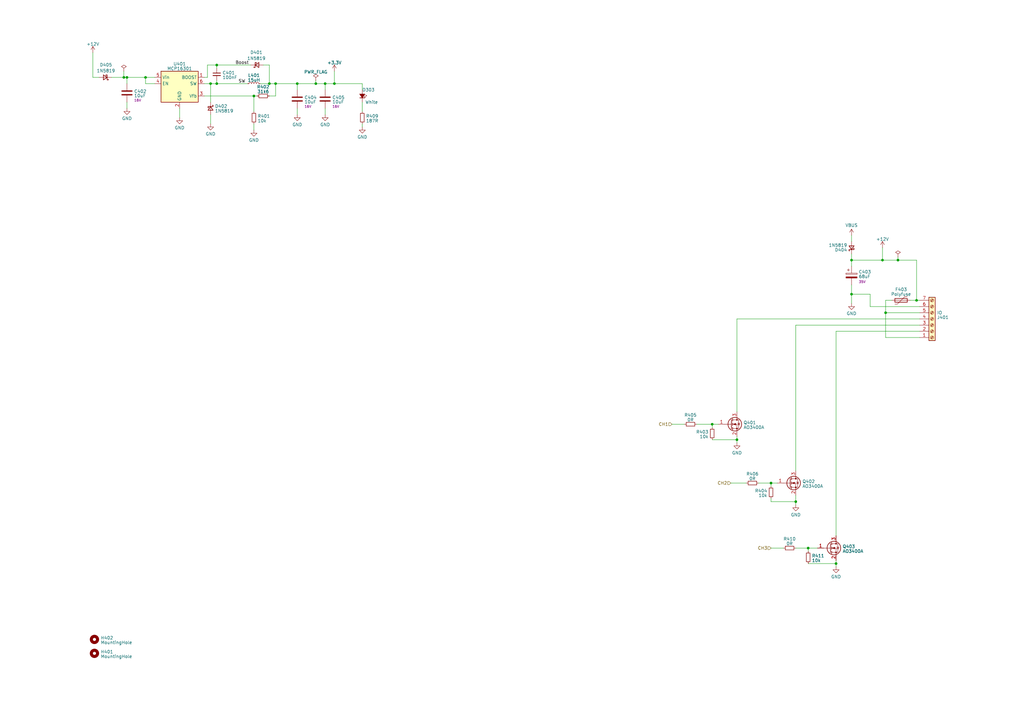
<source format=kicad_sch>
(kicad_sch (version 20230121) (generator eeschema)

  (uuid ccb6f3b7-2f2a-4782-b827-fe7d589f516d)

  (paper "A3")

  (title_block
    (title "MQTT Output Controller")
    (date "2023-09-16")
    (rev "1.0")
    (company "findersee.fi")
  )

  (lib_symbols
    (symbol "Connector:Screw_Terminal_01x07" (pin_names (offset 1.016) hide) (in_bom yes) (on_board yes)
      (property "Reference" "J" (at 0 10.16 0)
        (effects (font (size 1.27 1.27)))
      )
      (property "Value" "Screw_Terminal_01x07" (at 0 -10.16 0)
        (effects (font (size 1.27 1.27)))
      )
      (property "Footprint" "" (at 0 0 0)
        (effects (font (size 1.27 1.27)) hide)
      )
      (property "Datasheet" "~" (at 0 0 0)
        (effects (font (size 1.27 1.27)) hide)
      )
      (property "ki_keywords" "screw terminal" (at 0 0 0)
        (effects (font (size 1.27 1.27)) hide)
      )
      (property "ki_description" "Generic screw terminal, single row, 01x07, script generated (kicad-library-utils/schlib/autogen/connector/)" (at 0 0 0)
        (effects (font (size 1.27 1.27)) hide)
      )
      (property "ki_fp_filters" "TerminalBlock*:*" (at 0 0 0)
        (effects (font (size 1.27 1.27)) hide)
      )
      (symbol "Screw_Terminal_01x07_1_1"
        (rectangle (start -1.27 8.89) (end 1.27 -8.89)
          (stroke (width 0.254) (type default))
          (fill (type background))
        )
        (circle (center 0 -7.62) (radius 0.635)
          (stroke (width 0.1524) (type default))
          (fill (type none))
        )
        (circle (center 0 -5.08) (radius 0.635)
          (stroke (width 0.1524) (type default))
          (fill (type none))
        )
        (circle (center 0 -2.54) (radius 0.635)
          (stroke (width 0.1524) (type default))
          (fill (type none))
        )
        (polyline
          (pts
            (xy -0.5334 -7.2898)
            (xy 0.3302 -8.128)
          )
          (stroke (width 0.1524) (type default))
          (fill (type none))
        )
        (polyline
          (pts
            (xy -0.5334 -4.7498)
            (xy 0.3302 -5.588)
          )
          (stroke (width 0.1524) (type default))
          (fill (type none))
        )
        (polyline
          (pts
            (xy -0.5334 -2.2098)
            (xy 0.3302 -3.048)
          )
          (stroke (width 0.1524) (type default))
          (fill (type none))
        )
        (polyline
          (pts
            (xy -0.5334 0.3302)
            (xy 0.3302 -0.508)
          )
          (stroke (width 0.1524) (type default))
          (fill (type none))
        )
        (polyline
          (pts
            (xy -0.5334 2.8702)
            (xy 0.3302 2.032)
          )
          (stroke (width 0.1524) (type default))
          (fill (type none))
        )
        (polyline
          (pts
            (xy -0.5334 5.4102)
            (xy 0.3302 4.572)
          )
          (stroke (width 0.1524) (type default))
          (fill (type none))
        )
        (polyline
          (pts
            (xy -0.5334 7.9502)
            (xy 0.3302 7.112)
          )
          (stroke (width 0.1524) (type default))
          (fill (type none))
        )
        (polyline
          (pts
            (xy -0.3556 -7.112)
            (xy 0.508 -7.9502)
          )
          (stroke (width 0.1524) (type default))
          (fill (type none))
        )
        (polyline
          (pts
            (xy -0.3556 -4.572)
            (xy 0.508 -5.4102)
          )
          (stroke (width 0.1524) (type default))
          (fill (type none))
        )
        (polyline
          (pts
            (xy -0.3556 -2.032)
            (xy 0.508 -2.8702)
          )
          (stroke (width 0.1524) (type default))
          (fill (type none))
        )
        (polyline
          (pts
            (xy -0.3556 0.508)
            (xy 0.508 -0.3302)
          )
          (stroke (width 0.1524) (type default))
          (fill (type none))
        )
        (polyline
          (pts
            (xy -0.3556 3.048)
            (xy 0.508 2.2098)
          )
          (stroke (width 0.1524) (type default))
          (fill (type none))
        )
        (polyline
          (pts
            (xy -0.3556 5.588)
            (xy 0.508 4.7498)
          )
          (stroke (width 0.1524) (type default))
          (fill (type none))
        )
        (polyline
          (pts
            (xy -0.3556 8.128)
            (xy 0.508 7.2898)
          )
          (stroke (width 0.1524) (type default))
          (fill (type none))
        )
        (circle (center 0 0) (radius 0.635)
          (stroke (width 0.1524) (type default))
          (fill (type none))
        )
        (circle (center 0 2.54) (radius 0.635)
          (stroke (width 0.1524) (type default))
          (fill (type none))
        )
        (circle (center 0 5.08) (radius 0.635)
          (stroke (width 0.1524) (type default))
          (fill (type none))
        )
        (circle (center 0 7.62) (radius 0.635)
          (stroke (width 0.1524) (type default))
          (fill (type none))
        )
        (pin passive line (at -5.08 7.62 0) (length 3.81)
          (name "Pin_1" (effects (font (size 1.27 1.27))))
          (number "1" (effects (font (size 1.27 1.27))))
        )
        (pin passive line (at -5.08 5.08 0) (length 3.81)
          (name "Pin_2" (effects (font (size 1.27 1.27))))
          (number "2" (effects (font (size 1.27 1.27))))
        )
        (pin passive line (at -5.08 2.54 0) (length 3.81)
          (name "Pin_3" (effects (font (size 1.27 1.27))))
          (number "3" (effects (font (size 1.27 1.27))))
        )
        (pin passive line (at -5.08 0 0) (length 3.81)
          (name "Pin_4" (effects (font (size 1.27 1.27))))
          (number "4" (effects (font (size 1.27 1.27))))
        )
        (pin passive line (at -5.08 -2.54 0) (length 3.81)
          (name "Pin_5" (effects (font (size 1.27 1.27))))
          (number "5" (effects (font (size 1.27 1.27))))
        )
        (pin passive line (at -5.08 -5.08 0) (length 3.81)
          (name "Pin_6" (effects (font (size 1.27 1.27))))
          (number "6" (effects (font (size 1.27 1.27))))
        )
        (pin passive line (at -5.08 -7.62 0) (length 3.81)
          (name "Pin_7" (effects (font (size 1.27 1.27))))
          (number "7" (effects (font (size 1.27 1.27))))
        )
      )
    )
    (symbol "Device:C" (pin_numbers hide) (pin_names (offset 0.254)) (in_bom yes) (on_board yes)
      (property "Reference" "C" (at 0.635 2.54 0)
        (effects (font (size 1.27 1.27)) (justify left))
      )
      (property "Value" "C" (at 0.635 -2.54 0)
        (effects (font (size 1.27 1.27)) (justify left))
      )
      (property "Footprint" "" (at 0.9652 -3.81 0)
        (effects (font (size 1.27 1.27)) hide)
      )
      (property "Datasheet" "~" (at 0 0 0)
        (effects (font (size 1.27 1.27)) hide)
      )
      (property "ki_keywords" "cap capacitor" (at 0 0 0)
        (effects (font (size 1.27 1.27)) hide)
      )
      (property "ki_description" "Unpolarized capacitor" (at 0 0 0)
        (effects (font (size 1.27 1.27)) hide)
      )
      (property "ki_fp_filters" "C_*" (at 0 0 0)
        (effects (font (size 1.27 1.27)) hide)
      )
      (symbol "C_0_1"
        (polyline
          (pts
            (xy -2.032 -0.762)
            (xy 2.032 -0.762)
          )
          (stroke (width 0.508) (type default))
          (fill (type none))
        )
        (polyline
          (pts
            (xy -2.032 0.762)
            (xy 2.032 0.762)
          )
          (stroke (width 0.508) (type default))
          (fill (type none))
        )
      )
      (symbol "C_1_1"
        (pin passive line (at 0 3.81 270) (length 2.794)
          (name "~" (effects (font (size 1.27 1.27))))
          (number "1" (effects (font (size 1.27 1.27))))
        )
        (pin passive line (at 0 -3.81 90) (length 2.794)
          (name "~" (effects (font (size 1.27 1.27))))
          (number "2" (effects (font (size 1.27 1.27))))
        )
      )
    )
    (symbol "Device:C_Polarized" (pin_numbers hide) (pin_names (offset 0.254)) (in_bom yes) (on_board yes)
      (property "Reference" "C" (at 0.635 2.54 0)
        (effects (font (size 1.27 1.27)) (justify left))
      )
      (property "Value" "C_Polarized" (at 0.635 -2.54 0)
        (effects (font (size 1.27 1.27)) (justify left))
      )
      (property "Footprint" "" (at 0.9652 -3.81 0)
        (effects (font (size 1.27 1.27)) hide)
      )
      (property "Datasheet" "~" (at 0 0 0)
        (effects (font (size 1.27 1.27)) hide)
      )
      (property "ki_keywords" "cap capacitor" (at 0 0 0)
        (effects (font (size 1.27 1.27)) hide)
      )
      (property "ki_description" "Polarized capacitor" (at 0 0 0)
        (effects (font (size 1.27 1.27)) hide)
      )
      (property "ki_fp_filters" "CP_*" (at 0 0 0)
        (effects (font (size 1.27 1.27)) hide)
      )
      (symbol "C_Polarized_0_1"
        (rectangle (start -2.286 0.508) (end 2.286 1.016)
          (stroke (width 0) (type default))
          (fill (type none))
        )
        (polyline
          (pts
            (xy -1.778 2.286)
            (xy -0.762 2.286)
          )
          (stroke (width 0) (type default))
          (fill (type none))
        )
        (polyline
          (pts
            (xy -1.27 2.794)
            (xy -1.27 1.778)
          )
          (stroke (width 0) (type default))
          (fill (type none))
        )
        (rectangle (start 2.286 -0.508) (end -2.286 -1.016)
          (stroke (width 0) (type default))
          (fill (type outline))
        )
      )
      (symbol "C_Polarized_1_1"
        (pin passive line (at 0 3.81 270) (length 2.794)
          (name "~" (effects (font (size 1.27 1.27))))
          (number "1" (effects (font (size 1.27 1.27))))
        )
        (pin passive line (at 0 -3.81 90) (length 2.794)
          (name "~" (effects (font (size 1.27 1.27))))
          (number "2" (effects (font (size 1.27 1.27))))
        )
      )
    )
    (symbol "Device:C_Small" (pin_numbers hide) (pin_names (offset 0.254) hide) (in_bom yes) (on_board yes)
      (property "Reference" "C" (at 0.254 1.778 0)
        (effects (font (size 1.27 1.27)) (justify left))
      )
      (property "Value" "C_Small" (at 0.254 -2.032 0)
        (effects (font (size 1.27 1.27)) (justify left))
      )
      (property "Footprint" "" (at 0 0 0)
        (effects (font (size 1.27 1.27)) hide)
      )
      (property "Datasheet" "~" (at 0 0 0)
        (effects (font (size 1.27 1.27)) hide)
      )
      (property "ki_keywords" "capacitor cap" (at 0 0 0)
        (effects (font (size 1.27 1.27)) hide)
      )
      (property "ki_description" "Unpolarized capacitor, small symbol" (at 0 0 0)
        (effects (font (size 1.27 1.27)) hide)
      )
      (property "ki_fp_filters" "C_*" (at 0 0 0)
        (effects (font (size 1.27 1.27)) hide)
      )
      (symbol "C_Small_0_1"
        (polyline
          (pts
            (xy -1.524 -0.508)
            (xy 1.524 -0.508)
          )
          (stroke (width 0.3302) (type default))
          (fill (type none))
        )
        (polyline
          (pts
            (xy -1.524 0.508)
            (xy 1.524 0.508)
          )
          (stroke (width 0.3048) (type default))
          (fill (type none))
        )
      )
      (symbol "C_Small_1_1"
        (pin passive line (at 0 2.54 270) (length 2.032)
          (name "~" (effects (font (size 1.27 1.27))))
          (number "1" (effects (font (size 1.27 1.27))))
        )
        (pin passive line (at 0 -2.54 90) (length 2.032)
          (name "~" (effects (font (size 1.27 1.27))))
          (number "2" (effects (font (size 1.27 1.27))))
        )
      )
    )
    (symbol "Device:D_Schottky_Small" (pin_numbers hide) (pin_names (offset 0.254) hide) (in_bom yes) (on_board yes)
      (property "Reference" "D" (at -1.27 2.032 0)
        (effects (font (size 1.27 1.27)) (justify left))
      )
      (property "Value" "D_Schottky_Small" (at -7.112 -2.032 0)
        (effects (font (size 1.27 1.27)) (justify left))
      )
      (property "Footprint" "" (at 0 0 90)
        (effects (font (size 1.27 1.27)) hide)
      )
      (property "Datasheet" "~" (at 0 0 90)
        (effects (font (size 1.27 1.27)) hide)
      )
      (property "ki_keywords" "diode Schottky" (at 0 0 0)
        (effects (font (size 1.27 1.27)) hide)
      )
      (property "ki_description" "Schottky diode, small symbol" (at 0 0 0)
        (effects (font (size 1.27 1.27)) hide)
      )
      (property "ki_fp_filters" "TO-???* *_Diode_* *SingleDiode* D_*" (at 0 0 0)
        (effects (font (size 1.27 1.27)) hide)
      )
      (symbol "D_Schottky_Small_0_1"
        (polyline
          (pts
            (xy -0.762 0)
            (xy 0.762 0)
          )
          (stroke (width 0) (type default))
          (fill (type none))
        )
        (polyline
          (pts
            (xy 0.762 -1.016)
            (xy -0.762 0)
            (xy 0.762 1.016)
            (xy 0.762 -1.016)
          )
          (stroke (width 0.254) (type default))
          (fill (type none))
        )
        (polyline
          (pts
            (xy -1.27 0.762)
            (xy -1.27 1.016)
            (xy -0.762 1.016)
            (xy -0.762 -1.016)
            (xy -0.254 -1.016)
            (xy -0.254 -0.762)
          )
          (stroke (width 0.254) (type default))
          (fill (type none))
        )
      )
      (symbol "D_Schottky_Small_1_1"
        (pin passive line (at -2.54 0 0) (length 1.778)
          (name "K" (effects (font (size 1.27 1.27))))
          (number "1" (effects (font (size 1.27 1.27))))
        )
        (pin passive line (at 2.54 0 180) (length 1.778)
          (name "A" (effects (font (size 1.27 1.27))))
          (number "2" (effects (font (size 1.27 1.27))))
        )
      )
    )
    (symbol "Device:LED_Small_Filled" (pin_numbers hide) (pin_names (offset 0.254) hide) (in_bom yes) (on_board yes)
      (property "Reference" "D" (at -1.27 3.175 0)
        (effects (font (size 1.27 1.27)) (justify left))
      )
      (property "Value" "LED_Small_Filled" (at -4.445 -2.54 0)
        (effects (font (size 1.27 1.27)) (justify left))
      )
      (property "Footprint" "" (at 0 0 90)
        (effects (font (size 1.27 1.27)) hide)
      )
      (property "Datasheet" "~" (at 0 0 90)
        (effects (font (size 1.27 1.27)) hide)
      )
      (property "ki_keywords" "LED diode light-emitting-diode" (at 0 0 0)
        (effects (font (size 1.27 1.27)) hide)
      )
      (property "ki_description" "Light emitting diode, small symbol, filled shape" (at 0 0 0)
        (effects (font (size 1.27 1.27)) hide)
      )
      (property "ki_fp_filters" "LED* LED_SMD:* LED_THT:*" (at 0 0 0)
        (effects (font (size 1.27 1.27)) hide)
      )
      (symbol "LED_Small_Filled_0_1"
        (polyline
          (pts
            (xy -0.762 -1.016)
            (xy -0.762 1.016)
          )
          (stroke (width 0.254) (type default))
          (fill (type none))
        )
        (polyline
          (pts
            (xy 1.016 0)
            (xy -0.762 0)
          )
          (stroke (width 0) (type default))
          (fill (type none))
        )
        (polyline
          (pts
            (xy 0.762 -1.016)
            (xy -0.762 0)
            (xy 0.762 1.016)
            (xy 0.762 -1.016)
          )
          (stroke (width 0.254) (type default))
          (fill (type outline))
        )
        (polyline
          (pts
            (xy 0 0.762)
            (xy -0.508 1.27)
            (xy -0.254 1.27)
            (xy -0.508 1.27)
            (xy -0.508 1.016)
          )
          (stroke (width 0) (type default))
          (fill (type none))
        )
        (polyline
          (pts
            (xy 0.508 1.27)
            (xy 0 1.778)
            (xy 0.254 1.778)
            (xy 0 1.778)
            (xy 0 1.524)
          )
          (stroke (width 0) (type default))
          (fill (type none))
        )
      )
      (symbol "LED_Small_Filled_1_1"
        (pin passive line (at -2.54 0 0) (length 1.778)
          (name "K" (effects (font (size 1.27 1.27))))
          (number "1" (effects (font (size 1.27 1.27))))
        )
        (pin passive line (at 2.54 0 180) (length 1.778)
          (name "A" (effects (font (size 1.27 1.27))))
          (number "2" (effects (font (size 1.27 1.27))))
        )
      )
    )
    (symbol "Device:L_Small" (pin_numbers hide) (pin_names (offset 0.254) hide) (in_bom yes) (on_board yes)
      (property "Reference" "L" (at 0.762 1.016 0)
        (effects (font (size 1.27 1.27)) (justify left))
      )
      (property "Value" "L_Small" (at 0.762 -1.016 0)
        (effects (font (size 1.27 1.27)) (justify left))
      )
      (property "Footprint" "" (at 0 0 0)
        (effects (font (size 1.27 1.27)) hide)
      )
      (property "Datasheet" "~" (at 0 0 0)
        (effects (font (size 1.27 1.27)) hide)
      )
      (property "ki_keywords" "inductor choke coil reactor magnetic" (at 0 0 0)
        (effects (font (size 1.27 1.27)) hide)
      )
      (property "ki_description" "Inductor, small symbol" (at 0 0 0)
        (effects (font (size 1.27 1.27)) hide)
      )
      (property "ki_fp_filters" "Choke_* *Coil* Inductor_* L_*" (at 0 0 0)
        (effects (font (size 1.27 1.27)) hide)
      )
      (symbol "L_Small_0_1"
        (arc (start 0 -2.032) (mid 0.5058 -1.524) (end 0 -1.016)
          (stroke (width 0) (type default))
          (fill (type none))
        )
        (arc (start 0 -1.016) (mid 0.5058 -0.508) (end 0 0)
          (stroke (width 0) (type default))
          (fill (type none))
        )
        (arc (start 0 0) (mid 0.5058 0.508) (end 0 1.016)
          (stroke (width 0) (type default))
          (fill (type none))
        )
        (arc (start 0 1.016) (mid 0.5058 1.524) (end 0 2.032)
          (stroke (width 0) (type default))
          (fill (type none))
        )
      )
      (symbol "L_Small_1_1"
        (pin passive line (at 0 2.54 270) (length 0.508)
          (name "~" (effects (font (size 1.27 1.27))))
          (number "1" (effects (font (size 1.27 1.27))))
        )
        (pin passive line (at 0 -2.54 90) (length 0.508)
          (name "~" (effects (font (size 1.27 1.27))))
          (number "2" (effects (font (size 1.27 1.27))))
        )
      )
    )
    (symbol "Device:Polyfuse" (pin_numbers hide) (pin_names (offset 0)) (in_bom yes) (on_board yes)
      (property "Reference" "F" (at -2.54 0 90)
        (effects (font (size 1.27 1.27)))
      )
      (property "Value" "Polyfuse" (at 2.54 0 90)
        (effects (font (size 1.27 1.27)))
      )
      (property "Footprint" "" (at 1.27 -5.08 0)
        (effects (font (size 1.27 1.27)) (justify left) hide)
      )
      (property "Datasheet" "~" (at 0 0 0)
        (effects (font (size 1.27 1.27)) hide)
      )
      (property "ki_keywords" "resettable fuse PTC PPTC polyfuse polyswitch" (at 0 0 0)
        (effects (font (size 1.27 1.27)) hide)
      )
      (property "ki_description" "Resettable fuse, polymeric positive temperature coefficient" (at 0 0 0)
        (effects (font (size 1.27 1.27)) hide)
      )
      (property "ki_fp_filters" "*polyfuse* *PTC*" (at 0 0 0)
        (effects (font (size 1.27 1.27)) hide)
      )
      (symbol "Polyfuse_0_1"
        (rectangle (start -0.762 2.54) (end 0.762 -2.54)
          (stroke (width 0.254) (type default))
          (fill (type none))
        )
        (polyline
          (pts
            (xy 0 2.54)
            (xy 0 -2.54)
          )
          (stroke (width 0) (type default))
          (fill (type none))
        )
        (polyline
          (pts
            (xy -1.524 2.54)
            (xy -1.524 1.524)
            (xy 1.524 -1.524)
            (xy 1.524 -2.54)
          )
          (stroke (width 0) (type default))
          (fill (type none))
        )
      )
      (symbol "Polyfuse_1_1"
        (pin passive line (at 0 3.81 270) (length 1.27)
          (name "~" (effects (font (size 1.27 1.27))))
          (number "1" (effects (font (size 1.27 1.27))))
        )
        (pin passive line (at 0 -3.81 90) (length 1.27)
          (name "~" (effects (font (size 1.27 1.27))))
          (number "2" (effects (font (size 1.27 1.27))))
        )
      )
    )
    (symbol "Device:R_Small" (pin_numbers hide) (pin_names (offset 0.254) hide) (in_bom yes) (on_board yes)
      (property "Reference" "R" (at 0.762 0.508 0)
        (effects (font (size 1.27 1.27)) (justify left))
      )
      (property "Value" "R_Small" (at 0.762 -1.016 0)
        (effects (font (size 1.27 1.27)) (justify left))
      )
      (property "Footprint" "" (at 0 0 0)
        (effects (font (size 1.27 1.27)) hide)
      )
      (property "Datasheet" "~" (at 0 0 0)
        (effects (font (size 1.27 1.27)) hide)
      )
      (property "ki_keywords" "R resistor" (at 0 0 0)
        (effects (font (size 1.27 1.27)) hide)
      )
      (property "ki_description" "Resistor, small symbol" (at 0 0 0)
        (effects (font (size 1.27 1.27)) hide)
      )
      (property "ki_fp_filters" "R_*" (at 0 0 0)
        (effects (font (size 1.27 1.27)) hide)
      )
      (symbol "R_Small_0_1"
        (rectangle (start -0.762 1.778) (end 0.762 -1.778)
          (stroke (width 0.2032) (type default))
          (fill (type none))
        )
      )
      (symbol "R_Small_1_1"
        (pin passive line (at 0 2.54 270) (length 0.762)
          (name "~" (effects (font (size 1.27 1.27))))
          (number "1" (effects (font (size 1.27 1.27))))
        )
        (pin passive line (at 0 -2.54 90) (length 0.762)
          (name "~" (effects (font (size 1.27 1.27))))
          (number "2" (effects (font (size 1.27 1.27))))
        )
      )
    )
    (symbol "Mechanical:MountingHole" (pin_names (offset 1.016)) (in_bom yes) (on_board yes)
      (property "Reference" "H" (at 0 5.08 0)
        (effects (font (size 1.27 1.27)))
      )
      (property "Value" "MountingHole" (at 0 3.175 0)
        (effects (font (size 1.27 1.27)))
      )
      (property "Footprint" "" (at 0 0 0)
        (effects (font (size 1.27 1.27)) hide)
      )
      (property "Datasheet" "~" (at 0 0 0)
        (effects (font (size 1.27 1.27)) hide)
      )
      (property "ki_keywords" "mounting hole" (at 0 0 0)
        (effects (font (size 1.27 1.27)) hide)
      )
      (property "ki_description" "Mounting Hole without connection" (at 0 0 0)
        (effects (font (size 1.27 1.27)) hide)
      )
      (property "ki_fp_filters" "MountingHole*" (at 0 0 0)
        (effects (font (size 1.27 1.27)) hide)
      )
      (symbol "MountingHole_0_1"
        (circle (center 0 0) (radius 1.27)
          (stroke (width 1.27) (type default))
          (fill (type none))
        )
      )
    )
    (symbol "Regulator_Switching:MCP16301" (in_bom yes) (on_board yes)
      (property "Reference" "U" (at -7.62 6.35 0)
        (effects (font (size 1.27 1.27)) (justify left))
      )
      (property "Value" "MCP16301" (at 0 6.35 0)
        (effects (font (size 1.27 1.27)) (justify left))
      )
      (property "Footprint" "Package_TO_SOT_SMD:SOT-23-6" (at 1.27 -8.89 0)
        (effects (font (size 1.27 1.27)) (justify left) hide)
      )
      (property "Datasheet" "http://ww1.microchip.com/downloads/en/DeviceDoc/20005004D.pdf" (at -7.62 8.89 0)
        (effects (font (size 1.27 1.27)) hide)
      )
      (property "ki_keywords" "switching buck converter power-supply voltage regulator" (at 0 0 0)
        (effects (font (size 1.27 1.27)) hide)
      )
      (property "ki_description" "1A, 4.0 to 30V Input, High Voltage Input integrated switch step-down regulator, SOT-23-6" (at 0 0 0)
        (effects (font (size 1.27 1.27)) hide)
      )
      (property "ki_fp_filters" "SOT?23*" (at 0 0 0)
        (effects (font (size 1.27 1.27)) hide)
      )
      (symbol "MCP16301_0_1"
        (rectangle (start -7.62 5.08) (end 7.62 -7.62)
          (stroke (width 0.254) (type default))
          (fill (type background))
        )
      )
      (symbol "MCP16301_1_1"
        (pin output line (at 10.16 2.54 180) (length 2.54)
          (name "BOOST" (effects (font (size 1.27 1.27))))
          (number "1" (effects (font (size 1.27 1.27))))
        )
        (pin power_in line (at 0 -10.16 90) (length 2.54)
          (name "GND" (effects (font (size 1.27 1.27))))
          (number "2" (effects (font (size 1.27 1.27))))
        )
        (pin input line (at 10.16 -5.08 180) (length 2.54)
          (name "Vfb" (effects (font (size 1.27 1.27))))
          (number "3" (effects (font (size 1.27 1.27))))
        )
        (pin input line (at -10.16 0 0) (length 2.54)
          (name "EN" (effects (font (size 1.27 1.27))))
          (number "4" (effects (font (size 1.27 1.27))))
        )
        (pin power_in line (at -10.16 2.54 0) (length 2.54)
          (name "Vin" (effects (font (size 1.27 1.27))))
          (number "5" (effects (font (size 1.27 1.27))))
        )
        (pin output line (at 10.16 0 180) (length 2.54)
          (name "SW" (effects (font (size 1.27 1.27))))
          (number "6" (effects (font (size 1.27 1.27))))
        )
      )
    )
    (symbol "Resistors_0402:RESC_0402_0R" (pin_numbers hide) (pin_names (offset 0.254) hide) (in_bom yes) (on_board yes)
      (property "Reference" "R" (at 0.762 0.508 0)
        (effects (font (size 1.27 1.27)) (justify left))
      )
      (property "Value" "0R" (at 0.762 -1.016 0)
        (effects (font (size 1 1)) (justify left))
      )
      (property "Footprint" "Resistor_SMD:R_0402_1005Metric" (at 0 0 0)
        (effects (font (size 1.27 1.27)) hide)
      )
      (property "Datasheet" "~" (at 0 0 0)
        (effects (font (size 1.27 1.27)) hide)
      )
      (property "Package" "0402" (at -1.27 1.27 0)
        (effects (font (size 0.8 0.8)) hide)
      )
      (property "ki_keywords" "R resistor" (at 0 0 0)
        (effects (font (size 1.27 1.27)) hide)
      )
      (property "ki_description" "Resistor 0 Ω 0402" (at 0 0 0)
        (effects (font (size 1.27 1.27)) hide)
      )
      (property "ki_fp_filters" "R_*" (at 0 0 0)
        (effects (font (size 1.27 1.27)) hide)
      )
      (symbol "RESC_0402_0R_0_1"
        (rectangle (start -0.762 1.778) (end 0.762 -1.778)
          (stroke (width 0.2032) (type default))
          (fill (type none))
        )
      )
      (symbol "RESC_0402_0R_1_1"
        (pin passive line (at 0 2.54 270) (length 0.762)
          (name "~" (effects (font (size 1.27 1.27))))
          (number "1" (effects (font (size 1.27 1.27))))
        )
        (pin passive line (at 0 -2.54 90) (length 0.762)
          (name "~" (effects (font (size 1.27 1.27))))
          (number "2" (effects (font (size 1.27 1.27))))
        )
      )
    )
    (symbol "Resistors_0402:RESC_0402_10k" (pin_numbers hide) (pin_names (offset 0.254) hide) (in_bom yes) (on_board yes)
      (property "Reference" "R" (at 0.762 0.508 0)
        (effects (font (size 1.27 1.27)) (justify left))
      )
      (property "Value" "10k" (at 0.762 -1.016 0)
        (effects (font (size 1 1)) (justify left))
      )
      (property "Footprint" "Resistor_SMD:R_0402_1005Metric" (at 0 0 0)
        (effects (font (size 1.27 1.27)) hide)
      )
      (property "Datasheet" "~" (at 0 0 0)
        (effects (font (size 1.27 1.27)) hide)
      )
      (property "Package" "0402" (at -1.27 1.27 0)
        (effects (font (size 0.8 0.8)) hide)
      )
      (property "ki_keywords" "R resistor" (at 0 0 0)
        (effects (font (size 1.27 1.27)) hide)
      )
      (property "ki_description" "Resistor 10 kΩ 0402" (at 0 0 0)
        (effects (font (size 1.27 1.27)) hide)
      )
      (property "ki_fp_filters" "R_*" (at 0 0 0)
        (effects (font (size 1.27 1.27)) hide)
      )
      (symbol "RESC_0402_10k_0_1"
        (rectangle (start -0.762 1.778) (end 0.762 -1.778)
          (stroke (width 0.2032) (type default))
          (fill (type none))
        )
      )
      (symbol "RESC_0402_10k_1_1"
        (pin passive line (at 0 2.54 270) (length 0.762)
          (name "~" (effects (font (size 1.27 1.27))))
          (number "1" (effects (font (size 1.27 1.27))))
        )
        (pin passive line (at 0 -2.54 90) (length 0.762)
          (name "~" (effects (font (size 1.27 1.27))))
          (number "2" (effects (font (size 1.27 1.27))))
        )
      )
    )
    (symbol "Resistors_0402:RESC_0402_187R" (pin_numbers hide) (pin_names (offset 0.254) hide) (in_bom yes) (on_board yes)
      (property "Reference" "R" (at 0.762 0.508 0)
        (effects (font (size 1.27 1.27)) (justify left))
      )
      (property "Value" "187R" (at 0.762 -1.016 0)
        (effects (font (size 1 1)) (justify left))
      )
      (property "Footprint" "Resistor_SMD:R_0402_1005Metric" (at 0 0 0)
        (effects (font (size 1.27 1.27)) hide)
      )
      (property "Datasheet" "~" (at 0 0 0)
        (effects (font (size 1.27 1.27)) hide)
      )
      (property "Package" "0402" (at -1.27 1.27 0)
        (effects (font (size 0.8 0.8)) hide)
      )
      (property "ki_keywords" "R resistor" (at 0 0 0)
        (effects (font (size 1.27 1.27)) hide)
      )
      (property "ki_description" "Resistor 187 Ω 0402" (at 0 0 0)
        (effects (font (size 1.27 1.27)) hide)
      )
      (property "ki_fp_filters" "R_*" (at 0 0 0)
        (effects (font (size 1.27 1.27)) hide)
      )
      (symbol "RESC_0402_187R_0_1"
        (rectangle (start -0.762 1.778) (end 0.762 -1.778)
          (stroke (width 0.2032) (type default))
          (fill (type none))
        )
      )
      (symbol "RESC_0402_187R_1_1"
        (pin passive line (at 0 2.54 270) (length 0.762)
          (name "~" (effects (font (size 1.27 1.27))))
          (number "1" (effects (font (size 1.27 1.27))))
        )
        (pin passive line (at 0 -2.54 90) (length 0.762)
          (name "~" (effects (font (size 1.27 1.27))))
          (number "2" (effects (font (size 1.27 1.27))))
        )
      )
    )
    (symbol "Transistor_FET:AO3400A" (pin_names hide) (in_bom yes) (on_board yes)
      (property "Reference" "Q" (at 5.08 1.905 0)
        (effects (font (size 1.27 1.27)) (justify left))
      )
      (property "Value" "AO3400A" (at 5.08 0 0)
        (effects (font (size 1.27 1.27)) (justify left))
      )
      (property "Footprint" "Package_TO_SOT_SMD:SOT-23" (at 5.08 -1.905 0)
        (effects (font (size 1.27 1.27) italic) (justify left) hide)
      )
      (property "Datasheet" "http://www.aosmd.com/pdfs/datasheet/AO3400A.pdf" (at 0 0 0)
        (effects (font (size 1.27 1.27)) (justify left) hide)
      )
      (property "ki_keywords" "N-Channel MOSFET" (at 0 0 0)
        (effects (font (size 1.27 1.27)) hide)
      )
      (property "ki_description" "30V Vds, 5.7A Id, N-Channel MOSFET, SOT-23" (at 0 0 0)
        (effects (font (size 1.27 1.27)) hide)
      )
      (property "ki_fp_filters" "SOT?23*" (at 0 0 0)
        (effects (font (size 1.27 1.27)) hide)
      )
      (symbol "AO3400A_0_1"
        (polyline
          (pts
            (xy 0.254 0)
            (xy -2.54 0)
          )
          (stroke (width 0) (type default))
          (fill (type none))
        )
        (polyline
          (pts
            (xy 0.254 1.905)
            (xy 0.254 -1.905)
          )
          (stroke (width 0.254) (type default))
          (fill (type none))
        )
        (polyline
          (pts
            (xy 0.762 -1.27)
            (xy 0.762 -2.286)
          )
          (stroke (width 0.254) (type default))
          (fill (type none))
        )
        (polyline
          (pts
            (xy 0.762 0.508)
            (xy 0.762 -0.508)
          )
          (stroke (width 0.254) (type default))
          (fill (type none))
        )
        (polyline
          (pts
            (xy 0.762 2.286)
            (xy 0.762 1.27)
          )
          (stroke (width 0.254) (type default))
          (fill (type none))
        )
        (polyline
          (pts
            (xy 2.54 2.54)
            (xy 2.54 1.778)
          )
          (stroke (width 0) (type default))
          (fill (type none))
        )
        (polyline
          (pts
            (xy 2.54 -2.54)
            (xy 2.54 0)
            (xy 0.762 0)
          )
          (stroke (width 0) (type default))
          (fill (type none))
        )
        (polyline
          (pts
            (xy 0.762 -1.778)
            (xy 3.302 -1.778)
            (xy 3.302 1.778)
            (xy 0.762 1.778)
          )
          (stroke (width 0) (type default))
          (fill (type none))
        )
        (polyline
          (pts
            (xy 1.016 0)
            (xy 2.032 0.381)
            (xy 2.032 -0.381)
            (xy 1.016 0)
          )
          (stroke (width 0) (type default))
          (fill (type outline))
        )
        (polyline
          (pts
            (xy 2.794 0.508)
            (xy 2.921 0.381)
            (xy 3.683 0.381)
            (xy 3.81 0.254)
          )
          (stroke (width 0) (type default))
          (fill (type none))
        )
        (polyline
          (pts
            (xy 3.302 0.381)
            (xy 2.921 -0.254)
            (xy 3.683 -0.254)
            (xy 3.302 0.381)
          )
          (stroke (width 0) (type default))
          (fill (type none))
        )
        (circle (center 1.651 0) (radius 2.794)
          (stroke (width 0.254) (type default))
          (fill (type none))
        )
        (circle (center 2.54 -1.778) (radius 0.254)
          (stroke (width 0) (type default))
          (fill (type outline))
        )
        (circle (center 2.54 1.778) (radius 0.254)
          (stroke (width 0) (type default))
          (fill (type outline))
        )
      )
      (symbol "AO3400A_1_1"
        (pin input line (at -5.08 0 0) (length 2.54)
          (name "G" (effects (font (size 1.27 1.27))))
          (number "1" (effects (font (size 1.27 1.27))))
        )
        (pin passive line (at 2.54 -5.08 90) (length 2.54)
          (name "S" (effects (font (size 1.27 1.27))))
          (number "2" (effects (font (size 1.27 1.27))))
        )
        (pin passive line (at 2.54 5.08 270) (length 2.54)
          (name "D" (effects (font (size 1.27 1.27))))
          (number "3" (effects (font (size 1.27 1.27))))
        )
      )
    )
    (symbol "power:+12V" (power) (pin_names (offset 0)) (in_bom yes) (on_board yes)
      (property "Reference" "#PWR" (at 0 -3.81 0)
        (effects (font (size 1.27 1.27)) hide)
      )
      (property "Value" "+12V" (at 0 3.556 0)
        (effects (font (size 1.27 1.27)))
      )
      (property "Footprint" "" (at 0 0 0)
        (effects (font (size 1.27 1.27)) hide)
      )
      (property "Datasheet" "" (at 0 0 0)
        (effects (font (size 1.27 1.27)) hide)
      )
      (property "ki_keywords" "global power" (at 0 0 0)
        (effects (font (size 1.27 1.27)) hide)
      )
      (property "ki_description" "Power symbol creates a global label with name \"+12V\"" (at 0 0 0)
        (effects (font (size 1.27 1.27)) hide)
      )
      (symbol "+12V_0_1"
        (polyline
          (pts
            (xy -0.762 1.27)
            (xy 0 2.54)
          )
          (stroke (width 0) (type default))
          (fill (type none))
        )
        (polyline
          (pts
            (xy 0 0)
            (xy 0 2.54)
          )
          (stroke (width 0) (type default))
          (fill (type none))
        )
        (polyline
          (pts
            (xy 0 2.54)
            (xy 0.762 1.27)
          )
          (stroke (width 0) (type default))
          (fill (type none))
        )
      )
      (symbol "+12V_1_1"
        (pin power_in line (at 0 0 90) (length 0) hide
          (name "+12V" (effects (font (size 1.27 1.27))))
          (number "1" (effects (font (size 1.27 1.27))))
        )
      )
    )
    (symbol "power:+3.3V" (power) (pin_names (offset 0)) (in_bom yes) (on_board yes)
      (property "Reference" "#PWR" (at 0 -3.81 0)
        (effects (font (size 1.27 1.27)) hide)
      )
      (property "Value" "+3.3V" (at 0 3.556 0)
        (effects (font (size 1.27 1.27)))
      )
      (property "Footprint" "" (at 0 0 0)
        (effects (font (size 1.27 1.27)) hide)
      )
      (property "Datasheet" "" (at 0 0 0)
        (effects (font (size 1.27 1.27)) hide)
      )
      (property "ki_keywords" "global power" (at 0 0 0)
        (effects (font (size 1.27 1.27)) hide)
      )
      (property "ki_description" "Power symbol creates a global label with name \"+3.3V\"" (at 0 0 0)
        (effects (font (size 1.27 1.27)) hide)
      )
      (symbol "+3.3V_0_1"
        (polyline
          (pts
            (xy -0.762 1.27)
            (xy 0 2.54)
          )
          (stroke (width 0) (type default))
          (fill (type none))
        )
        (polyline
          (pts
            (xy 0 0)
            (xy 0 2.54)
          )
          (stroke (width 0) (type default))
          (fill (type none))
        )
        (polyline
          (pts
            (xy 0 2.54)
            (xy 0.762 1.27)
          )
          (stroke (width 0) (type default))
          (fill (type none))
        )
      )
      (symbol "+3.3V_1_1"
        (pin power_in line (at 0 0 90) (length 0) hide
          (name "+3.3V" (effects (font (size 1.27 1.27))))
          (number "1" (effects (font (size 1.27 1.27))))
        )
      )
    )
    (symbol "power:GND" (power) (pin_names (offset 0)) (in_bom yes) (on_board yes)
      (property "Reference" "#PWR" (at 0 -6.35 0)
        (effects (font (size 1.27 1.27)) hide)
      )
      (property "Value" "GND" (at 0 -3.81 0)
        (effects (font (size 1.27 1.27)))
      )
      (property "Footprint" "" (at 0 0 0)
        (effects (font (size 1.27 1.27)) hide)
      )
      (property "Datasheet" "" (at 0 0 0)
        (effects (font (size 1.27 1.27)) hide)
      )
      (property "ki_keywords" "global power" (at 0 0 0)
        (effects (font (size 1.27 1.27)) hide)
      )
      (property "ki_description" "Power symbol creates a global label with name \"GND\" , ground" (at 0 0 0)
        (effects (font (size 1.27 1.27)) hide)
      )
      (symbol "GND_0_1"
        (polyline
          (pts
            (xy 0 0)
            (xy 0 -1.27)
            (xy 1.27 -1.27)
            (xy 0 -2.54)
            (xy -1.27 -1.27)
            (xy 0 -1.27)
          )
          (stroke (width 0) (type default))
          (fill (type none))
        )
      )
      (symbol "GND_1_1"
        (pin power_in line (at 0 0 270) (length 0) hide
          (name "GND" (effects (font (size 1.27 1.27))))
          (number "1" (effects (font (size 1.27 1.27))))
        )
      )
    )
    (symbol "power:PWR_FLAG" (power) (pin_numbers hide) (pin_names (offset 0) hide) (in_bom yes) (on_board yes)
      (property "Reference" "#FLG" (at 0 1.905 0)
        (effects (font (size 1.27 1.27)) hide)
      )
      (property "Value" "PWR_FLAG" (at 0 3.81 0)
        (effects (font (size 1.27 1.27)))
      )
      (property "Footprint" "" (at 0 0 0)
        (effects (font (size 1.27 1.27)) hide)
      )
      (property "Datasheet" "~" (at 0 0 0)
        (effects (font (size 1.27 1.27)) hide)
      )
      (property "ki_keywords" "flag power" (at 0 0 0)
        (effects (font (size 1.27 1.27)) hide)
      )
      (property "ki_description" "Special symbol for telling ERC where power comes from" (at 0 0 0)
        (effects (font (size 1.27 1.27)) hide)
      )
      (symbol "PWR_FLAG_0_0"
        (pin power_out line (at 0 0 90) (length 0)
          (name "pwr" (effects (font (size 1.27 1.27))))
          (number "1" (effects (font (size 1.27 1.27))))
        )
      )
      (symbol "PWR_FLAG_0_1"
        (polyline
          (pts
            (xy 0 0)
            (xy 0 1.27)
            (xy -1.016 1.905)
            (xy 0 2.54)
            (xy 1.016 1.905)
            (xy 0 1.27)
          )
          (stroke (width 0) (type default))
          (fill (type none))
        )
      )
    )
    (symbol "power:VBUS" (power) (pin_names (offset 0)) (in_bom yes) (on_board yes)
      (property "Reference" "#PWR" (at 0 -3.81 0)
        (effects (font (size 1.27 1.27)) hide)
      )
      (property "Value" "VBUS" (at 0 3.81 0)
        (effects (font (size 1.27 1.27)))
      )
      (property "Footprint" "" (at 0 0 0)
        (effects (font (size 1.27 1.27)) hide)
      )
      (property "Datasheet" "" (at 0 0 0)
        (effects (font (size 1.27 1.27)) hide)
      )
      (property "ki_keywords" "global power" (at 0 0 0)
        (effects (font (size 1.27 1.27)) hide)
      )
      (property "ki_description" "Power symbol creates a global label with name \"VBUS\"" (at 0 0 0)
        (effects (font (size 1.27 1.27)) hide)
      )
      (symbol "VBUS_0_1"
        (polyline
          (pts
            (xy -0.762 1.27)
            (xy 0 2.54)
          )
          (stroke (width 0) (type default))
          (fill (type none))
        )
        (polyline
          (pts
            (xy 0 0)
            (xy 0 2.54)
          )
          (stroke (width 0) (type default))
          (fill (type none))
        )
        (polyline
          (pts
            (xy 0 2.54)
            (xy 0.762 1.27)
          )
          (stroke (width 0) (type default))
          (fill (type none))
        )
      )
      (symbol "VBUS_1_1"
        (pin power_in line (at 0 0 90) (length 0) hide
          (name "VBUS" (effects (font (size 1.27 1.27))))
          (number "1" (effects (font (size 1.27 1.27))))
        )
      )
    )
  )

  (junction (at 110.49 34.29) (diameter 0) (color 0 0 0 0)
    (uuid 1f9be516-e8a3-4158-b125-20a80ff3e2b8)
  )
  (junction (at 104.14 39.37) (diameter 0) (color 0 0 0 0)
    (uuid 1ff15d8c-79b5-4b32-bf7d-0e20713dae73)
  )
  (junction (at 88.9 34.29) (diameter 0) (color 0 0 0 0)
    (uuid 3e1a27a7-4008-4edf-a79e-d3ca6a3df317)
  )
  (junction (at 133.35 34.29) (diameter 0) (color 0 0 0 0)
    (uuid 505579db-85dd-4a21-8bd4-13aff16f9aa5)
  )
  (junction (at 59.69 31.75) (diameter 0) (color 0 0 0 0)
    (uuid 56837af9-11e2-497a-90d7-ded68b2f5f3a)
  )
  (junction (at 113.03 34.29) (diameter 0) (color 0 0 0 0)
    (uuid 616f315b-2bfe-4f42-bbf6-b78b2cb67faa)
  )
  (junction (at 363.22 128.27) (diameter 0) (color 0 0 0 0)
    (uuid 66368505-d7ba-40db-b714-ddfc140efbe6)
  )
  (junction (at 302.26 180.34) (diameter 0) (color 0 0 0 0)
    (uuid 78c8b006-6850-428f-9608-7865470bf30f)
  )
  (junction (at 129.54 34.29) (diameter 0) (color 0 0 0 0)
    (uuid 8f72612a-d616-4d43-b9c0-339d71e4facf)
  )
  (junction (at 86.36 34.29) (diameter 0) (color 0 0 0 0)
    (uuid 90f6c05e-029a-418e-a2f2-304220b57a7f)
  )
  (junction (at 137.16 34.29) (diameter 0) (color 0 0 0 0)
    (uuid 948fc488-9b66-4045-8904-29b6ca090d2f)
  )
  (junction (at 326.39 205.74) (diameter 0) (color 0 0 0 0)
    (uuid 99a0da90-51ec-4abf-801d-678f4233360e)
  )
  (junction (at 88.9 26.67) (diameter 0) (color 0 0 0 0)
    (uuid a72e78e4-24ea-4e92-825f-c934fd1f7743)
  )
  (junction (at 52.07 31.75) (diameter 0) (color 0 0 0 0)
    (uuid b0effe4d-85b3-4601-86a5-a25f3b788af3)
  )
  (junction (at 361.95 106.68) (diameter 0) (color 0 0 0 0)
    (uuid b5545c34-ad16-4ae2-a40c-05b29386d606)
  )
  (junction (at 50.8 31.75) (diameter 0) (color 0 0 0 0)
    (uuid b64ccd9b-a5aa-404d-a5eb-a48b4ec58400)
  )
  (junction (at 331.47 224.79) (diameter 0) (color 0 0 0 0)
    (uuid c3965d03-d95f-4937-9e01-c657ce7e1f3a)
  )
  (junction (at 375.92 123.19) (diameter 0) (color 0 0 0 0)
    (uuid c862f2fe-61ce-497c-a835-0cedec1a147a)
  )
  (junction (at 368.3 106.68) (diameter 0) (color 0 0 0 0)
    (uuid ca397211-0f79-4597-9e79-5e4fe8990466)
  )
  (junction (at 316.23 198.12) (diameter 0) (color 0 0 0 0)
    (uuid d2a1ce7b-ec6c-4e86-86bd-e81a4dfdcd81)
  )
  (junction (at 292.1 173.99) (diameter 0) (color 0 0 0 0)
    (uuid e0c97264-1d03-41eb-ae8f-b083d3830983)
  )
  (junction (at 349.25 106.68) (diameter 0) (color 0 0 0 0)
    (uuid e53b71ee-643f-4e9b-bcf7-ffc988742dbd)
  )
  (junction (at 121.92 34.29) (diameter 0) (color 0 0 0 0)
    (uuid e5d64ddf-5bb2-4bfc-a794-f372bd120c5d)
  )
  (junction (at 342.9 231.14) (diameter 0) (color 0 0 0 0)
    (uuid ec50c50c-15a1-4cb4-894f-d14fae082a16)
  )
  (junction (at 349.25 120.65) (diameter 0) (color 0 0 0 0)
    (uuid edbfa563-aa10-46b5-ad0d-cc181ace4975)
  )

  (wire (pts (xy 52.07 31.75) (xy 50.8 31.75))
    (stroke (width 0) (type default))
    (uuid 0383b9cf-0a81-49f0-be82-c020a3277a05)
  )
  (wire (pts (xy 292.1 173.99) (xy 292.1 175.26))
    (stroke (width 0) (type default))
    (uuid 039872cf-77cf-4ae8-a29e-3d3770f51667)
  )
  (wire (pts (xy 375.92 123.19) (xy 377.19 123.19))
    (stroke (width 0) (type default))
    (uuid 04326f8b-8af5-4bb2-ba03-a36f9c580994)
  )
  (wire (pts (xy 292.1 173.99) (xy 294.64 173.99))
    (stroke (width 0) (type default))
    (uuid 053a845a-98a1-4144-81f0-73d178fd25d6)
  )
  (wire (pts (xy 133.35 34.29) (xy 133.35 36.83))
    (stroke (width 0) (type default))
    (uuid 0725fa3e-a1fa-4d32-a1f5-e9d4082f3989)
  )
  (wire (pts (xy 363.22 128.27) (xy 377.19 128.27))
    (stroke (width 0) (type default))
    (uuid 074efa25-dfc5-4465-b2b9-4fe6db76febe)
  )
  (wire (pts (xy 52.07 41.91) (xy 52.07 44.45))
    (stroke (width 0) (type default))
    (uuid 0c65026f-f72c-4099-9d41-adf65fcb564b)
  )
  (wire (pts (xy 88.9 26.67) (xy 88.9 27.94))
    (stroke (width 0) (type default))
    (uuid 0fda847d-fe8d-4440-bef3-887aa7ba63f5)
  )
  (wire (pts (xy 83.82 39.37) (xy 104.14 39.37))
    (stroke (width 0) (type default))
    (uuid 10a80995-e2a3-403f-9b78-6cfdba7571f1)
  )
  (wire (pts (xy 377.19 135.89) (xy 342.9 135.89))
    (stroke (width 0) (type default))
    (uuid 11a874dc-3a79-4adb-8768-8010bb221cf8)
  )
  (wire (pts (xy 326.39 207.01) (xy 326.39 205.74))
    (stroke (width 0) (type default))
    (uuid 1429c98e-d17a-46ac-b3ad-b855c0bf7ada)
  )
  (wire (pts (xy 316.23 198.12) (xy 318.77 198.12))
    (stroke (width 0) (type default))
    (uuid 170fe2f4-8d8e-4ad1-b0f6-1c2882e2036f)
  )
  (wire (pts (xy 86.36 34.29) (xy 86.36 41.91))
    (stroke (width 0) (type default))
    (uuid 18487f3a-60ae-4f6d-9851-d9cc4ceb9764)
  )
  (wire (pts (xy 148.59 50.8) (xy 148.59 52.07))
    (stroke (width 0) (type default))
    (uuid 1b873639-c869-4b0c-bd15-2b442fcf4b6c)
  )
  (wire (pts (xy 52.07 31.75) (xy 52.07 34.29))
    (stroke (width 0) (type default))
    (uuid 2194b601-9252-466a-a2bb-fd6b99f9e18e)
  )
  (wire (pts (xy 148.59 34.29) (xy 148.59 36.83))
    (stroke (width 0) (type default))
    (uuid 2ee627bb-2f65-4bfb-afc0-dd3cb422d859)
  )
  (wire (pts (xy 59.69 31.75) (xy 63.5 31.75))
    (stroke (width 0) (type default))
    (uuid 3165282c-aad2-4e64-b288-05785728e03a)
  )
  (wire (pts (xy 368.3 105.41) (xy 368.3 106.68))
    (stroke (width 0) (type default))
    (uuid 363d4bc4-349f-4a18-9b9c-54e611271842)
  )
  (wire (pts (xy 331.47 224.79) (xy 335.28 224.79))
    (stroke (width 0) (type default))
    (uuid 4564ed9b-09e2-4eb2-b319-10e322ee501d)
  )
  (wire (pts (xy 316.23 204.47) (xy 316.23 205.74))
    (stroke (width 0) (type default))
    (uuid 46bc8e09-441a-42be-8b90-c230265114a7)
  )
  (wire (pts (xy 331.47 224.79) (xy 331.47 226.06))
    (stroke (width 0) (type default))
    (uuid 4750b366-6f07-4c03-9200-0ccd85e6ce0e)
  )
  (wire (pts (xy 50.8 31.75) (xy 45.72 31.75))
    (stroke (width 0) (type default))
    (uuid 4876910e-660c-4571-bede-8cca78f5d965)
  )
  (wire (pts (xy 349.25 120.65) (xy 349.25 124.46))
    (stroke (width 0) (type default))
    (uuid 4ad85695-8884-4d00-aa1d-e879a9a2b8a7)
  )
  (wire (pts (xy 129.54 33.02) (xy 129.54 34.29))
    (stroke (width 0) (type default))
    (uuid 4c96fa0d-5ea2-4b62-b088-92896b4887fa)
  )
  (wire (pts (xy 375.92 106.68) (xy 375.92 123.19))
    (stroke (width 0) (type default))
    (uuid 4d2bfce2-0793-43b1-ab30-262db82ca1f2)
  )
  (wire (pts (xy 292.1 180.34) (xy 302.26 180.34))
    (stroke (width 0) (type default))
    (uuid 4f7a1a57-be60-4746-92f4-c449288fa716)
  )
  (wire (pts (xy 316.23 198.12) (xy 316.23 199.39))
    (stroke (width 0) (type default))
    (uuid 4fb33946-bc41-4925-80bd-8f2a21c30868)
  )
  (wire (pts (xy 86.36 46.99) (xy 86.36 50.8))
    (stroke (width 0) (type default))
    (uuid 504a6856-c251-4e59-8269-97a8abf0d46d)
  )
  (wire (pts (xy 326.39 203.2) (xy 326.39 205.74))
    (stroke (width 0) (type default))
    (uuid 50d0d10e-07fb-4b29-a130-dbbcb73fcb2b)
  )
  (wire (pts (xy 356.87 125.73) (xy 356.87 120.65))
    (stroke (width 0) (type default))
    (uuid 519ec4dc-ca7a-4dad-88c3-a0c318c57efc)
  )
  (wire (pts (xy 349.25 120.65) (xy 356.87 120.65))
    (stroke (width 0) (type default))
    (uuid 5472f320-700c-46b8-a883-b0180546da7a)
  )
  (wire (pts (xy 121.92 34.29) (xy 129.54 34.29))
    (stroke (width 0) (type default))
    (uuid 57451972-9f56-4b4e-987c-8ce721fea8c1)
  )
  (wire (pts (xy 113.03 34.29) (xy 121.92 34.29))
    (stroke (width 0) (type default))
    (uuid 596a2fd0-4834-4230-96ef-6c35b3476f3c)
  )
  (wire (pts (xy 121.92 34.29) (xy 121.92 36.83))
    (stroke (width 0) (type default))
    (uuid 5b5449c7-e2f3-42de-8b0c-051c38e6fec3)
  )
  (wire (pts (xy 137.16 34.29) (xy 148.59 34.29))
    (stroke (width 0) (type default))
    (uuid 5c45464f-db1c-4dc7-9be5-9f36435ae6af)
  )
  (wire (pts (xy 365.76 123.19) (xy 363.22 123.19))
    (stroke (width 0) (type default))
    (uuid 5e08171e-de76-45da-b635-42bef4b2f954)
  )
  (wire (pts (xy 88.9 34.29) (xy 101.6 34.29))
    (stroke (width 0) (type default))
    (uuid 63c65418-adbe-4b11-9783-e9518c161877)
  )
  (wire (pts (xy 88.9 33.02) (xy 88.9 34.29))
    (stroke (width 0) (type default))
    (uuid 69b0061c-6494-4c63-8b89-f177e8216c61)
  )
  (wire (pts (xy 363.22 138.43) (xy 363.22 128.27))
    (stroke (width 0) (type default))
    (uuid 6ad21323-2aa3-4749-983d-cc7214bc351e)
  )
  (wire (pts (xy 106.68 34.29) (xy 110.49 34.29))
    (stroke (width 0) (type default))
    (uuid 6f8c8fa0-f1bf-4c09-b30a-bf686d4c3da7)
  )
  (wire (pts (xy 361.95 106.68) (xy 361.95 101.6))
    (stroke (width 0) (type default))
    (uuid 71276b7b-0dbe-440c-b3cc-7d76c53683e5)
  )
  (wire (pts (xy 59.69 34.29) (xy 59.69 31.75))
    (stroke (width 0) (type default))
    (uuid 72456f63-3468-46b5-8140-2160e59e55f6)
  )
  (wire (pts (xy 349.25 106.68) (xy 349.25 109.22))
    (stroke (width 0) (type default))
    (uuid 74fb37d6-10e9-4bb6-9abc-b3372136c2e1)
  )
  (wire (pts (xy 110.49 39.37) (xy 113.03 39.37))
    (stroke (width 0) (type default))
    (uuid 75b77c67-fb8f-42cf-a078-d20ca28005ec)
  )
  (wire (pts (xy 85.09 26.67) (xy 88.9 26.67))
    (stroke (width 0) (type default))
    (uuid 7c076577-fae3-413e-9d55-259581ba965f)
  )
  (wire (pts (xy 349.25 116.84) (xy 349.25 120.65))
    (stroke (width 0) (type default))
    (uuid 7d149a07-3c16-47f3-b481-d3cbc3f37b1c)
  )
  (wire (pts (xy 349.25 96.52) (xy 349.25 99.06))
    (stroke (width 0) (type default))
    (uuid 839ae657-668c-49d8-bafd-8a09bbdd7792)
  )
  (wire (pts (xy 361.95 106.68) (xy 368.3 106.68))
    (stroke (width 0) (type default))
    (uuid 851f1558-d547-4235-bd2c-ab35358d726e)
  )
  (wire (pts (xy 113.03 39.37) (xy 113.03 34.29))
    (stroke (width 0) (type default))
    (uuid 859be349-e6d3-425f-a106-ccc56f91b0ad)
  )
  (wire (pts (xy 63.5 34.29) (xy 59.69 34.29))
    (stroke (width 0) (type default))
    (uuid 871ce060-8c9c-4137-92ec-61cab1a726a9)
  )
  (wire (pts (xy 377.19 133.35) (xy 326.39 133.35))
    (stroke (width 0) (type default))
    (uuid 8725b77d-2bd4-4b29-b3da-c6aba5d081a9)
  )
  (wire (pts (xy 88.9 26.67) (xy 102.87 26.67))
    (stroke (width 0) (type default))
    (uuid 8c399f5e-8e1c-43dc-bb8f-b70bbb3103c8)
  )
  (wire (pts (xy 342.9 231.14) (xy 342.9 232.41))
    (stroke (width 0) (type default))
    (uuid 8d226924-c9d6-47cd-b73b-f2c68301309e)
  )
  (wire (pts (xy 104.14 39.37) (xy 105.41 39.37))
    (stroke (width 0) (type default))
    (uuid 8e6557d1-55fa-4d7a-96cc-57f197bcbcbd)
  )
  (wire (pts (xy 104.14 39.37) (xy 104.14 45.72))
    (stroke (width 0) (type default))
    (uuid 8fabe62c-cfce-4775-aa7a-6bd6c04d44b0)
  )
  (wire (pts (xy 110.49 34.29) (xy 113.03 34.29))
    (stroke (width 0) (type default))
    (uuid 911dcc15-c683-4549-a7ff-9eb42d4a8c1f)
  )
  (wire (pts (xy 85.09 31.75) (xy 85.09 26.67))
    (stroke (width 0) (type default))
    (uuid 913ae97d-27b8-4866-942f-0c982f6581fa)
  )
  (wire (pts (xy 59.69 31.75) (xy 52.07 31.75))
    (stroke (width 0) (type default))
    (uuid 92ef1946-29cb-4934-8a2c-db78db98f0dd)
  )
  (wire (pts (xy 285.75 173.99) (xy 292.1 173.99))
    (stroke (width 0) (type default))
    (uuid 935d5862-ae8b-4eba-82f0-95e246117206)
  )
  (wire (pts (xy 377.19 138.43) (xy 363.22 138.43))
    (stroke (width 0) (type default))
    (uuid 946d0f96-4427-4fd2-ac3d-384aededd9b9)
  )
  (wire (pts (xy 349.25 104.14) (xy 349.25 106.68))
    (stroke (width 0) (type default))
    (uuid 96b42b93-6c75-4c21-ac2e-faf20b3f07ca)
  )
  (wire (pts (xy 302.26 180.34) (xy 302.26 181.61))
    (stroke (width 0) (type default))
    (uuid 9708413b-6124-4d65-99c1-a42ceda890d6)
  )
  (wire (pts (xy 137.16 34.29) (xy 137.16 29.21))
    (stroke (width 0) (type default))
    (uuid 9a6363b1-338e-47e2-b315-d7fcb8884a37)
  )
  (wire (pts (xy 83.82 31.75) (xy 85.09 31.75))
    (stroke (width 0) (type default))
    (uuid 9c45afe9-dc78-44e2-807f-2674d84bd27d)
  )
  (wire (pts (xy 133.35 44.45) (xy 133.35 46.99))
    (stroke (width 0) (type default))
    (uuid 9f50a93d-dcfe-4a77-9bec-91c597b3cfe7)
  )
  (wire (pts (xy 86.36 34.29) (xy 88.9 34.29))
    (stroke (width 0) (type default))
    (uuid a03fa868-ac0b-439e-b8a9-9d2c090226bc)
  )
  (wire (pts (xy 83.82 34.29) (xy 86.36 34.29))
    (stroke (width 0) (type default))
    (uuid a417cbe7-aa79-44d3-b4d8-0b16c92596c1)
  )
  (wire (pts (xy 50.8 29.21) (xy 50.8 31.75))
    (stroke (width 0) (type default))
    (uuid a42d7b32-22f9-477a-9930-c09a023a07f8)
  )
  (wire (pts (xy 73.66 44.45) (xy 73.66 48.26))
    (stroke (width 0) (type default))
    (uuid a50bdc50-5f58-438d-8a91-eb27f24d379d)
  )
  (wire (pts (xy 129.54 34.29) (xy 133.35 34.29))
    (stroke (width 0) (type default))
    (uuid a537dd83-de2f-404a-9c47-ebf5527c1d1a)
  )
  (wire (pts (xy 356.87 125.73) (xy 377.19 125.73))
    (stroke (width 0) (type default))
    (uuid a64ba923-9073-40d4-9999-a18f17fd48d8)
  )
  (wire (pts (xy 363.22 123.19) (xy 363.22 128.27))
    (stroke (width 0) (type default))
    (uuid a6b14a9d-73e6-407c-942e-be38661527e3)
  )
  (wire (pts (xy 342.9 229.87) (xy 342.9 231.14))
    (stroke (width 0) (type default))
    (uuid b21f2b2d-25ac-459e-a29d-8c8aa254d732)
  )
  (wire (pts (xy 331.47 231.14) (xy 342.9 231.14))
    (stroke (width 0) (type default))
    (uuid b574fb54-878b-4e6c-b4b2-8476933a1962)
  )
  (wire (pts (xy 38.1 21.59) (xy 38.1 31.75))
    (stroke (width 0) (type default))
    (uuid b6f3a19c-8871-4e94-b3d8-774b38f6b638)
  )
  (wire (pts (xy 275.59 173.99) (xy 280.67 173.99))
    (stroke (width 0) (type default))
    (uuid b760442d-17ad-4615-824f-9333607254b6)
  )
  (wire (pts (xy 40.64 31.75) (xy 38.1 31.75))
    (stroke (width 0) (type default))
    (uuid bb6583de-c5f0-41da-a4bc-24816f7fef46)
  )
  (wire (pts (xy 302.26 130.81) (xy 302.26 168.91))
    (stroke (width 0) (type default))
    (uuid c1f57c09-6a0c-47a1-b578-486d83ec3af7)
  )
  (wire (pts (xy 311.15 198.12) (xy 316.23 198.12))
    (stroke (width 0) (type default))
    (uuid c38f5972-521e-4a32-81b4-f96f83283830)
  )
  (wire (pts (xy 148.59 41.91) (xy 148.59 45.72))
    (stroke (width 0) (type default))
    (uuid c3c717d1-ad52-4b58-804b-4dbc9ca07958)
  )
  (wire (pts (xy 104.14 50.8) (xy 104.14 53.34))
    (stroke (width 0) (type default))
    (uuid c4e713af-1b99-4156-9b12-ab5ca27729de)
  )
  (wire (pts (xy 133.35 34.29) (xy 137.16 34.29))
    (stroke (width 0) (type default))
    (uuid cc415d3b-de77-4ec5-af05-602532a7dcd1)
  )
  (wire (pts (xy 121.92 44.45) (xy 121.92 46.99))
    (stroke (width 0) (type default))
    (uuid d32d2cf9-29c1-47ba-bc82-1da60fe2db7a)
  )
  (wire (pts (xy 368.3 106.68) (xy 375.92 106.68))
    (stroke (width 0) (type default))
    (uuid da3e88c2-322a-4276-8e21-c14b15046882)
  )
  (wire (pts (xy 349.25 106.68) (xy 361.95 106.68))
    (stroke (width 0) (type default))
    (uuid e00b0d62-36f2-4589-8dc5-407c2ee342ca)
  )
  (wire (pts (xy 107.95 26.67) (xy 110.49 26.67))
    (stroke (width 0) (type default))
    (uuid e0f4ed04-c7e2-4928-8136-369c86ffbdb3)
  )
  (wire (pts (xy 326.39 133.35) (xy 326.39 193.04))
    (stroke (width 0) (type default))
    (uuid e14bc7e7-95fd-426d-af7e-d4afdd664017)
  )
  (wire (pts (xy 326.39 224.79) (xy 331.47 224.79))
    (stroke (width 0) (type default))
    (uuid e2aae9ba-c4e4-40b3-b349-2458bdcfa7dd)
  )
  (wire (pts (xy 302.26 179.07) (xy 302.26 180.34))
    (stroke (width 0) (type default))
    (uuid ea0f5fdb-3536-44ab-981a-a76e2a0c6e4a)
  )
  (wire (pts (xy 316.23 224.79) (xy 321.31 224.79))
    (stroke (width 0) (type default))
    (uuid ed472217-47dd-4e5b-a761-8677cab2f8fe)
  )
  (wire (pts (xy 110.49 26.67) (xy 110.49 34.29))
    (stroke (width 0) (type default))
    (uuid ee49080b-8868-425e-aac2-9b66278e3a8d)
  )
  (wire (pts (xy 342.9 135.89) (xy 342.9 219.71))
    (stroke (width 0) (type default))
    (uuid ef2e8997-cfef-4768-8bb0-fce7b2b89ceb)
  )
  (wire (pts (xy 316.23 205.74) (xy 326.39 205.74))
    (stroke (width 0) (type default))
    (uuid f81257e1-0dab-438e-a556-25e06fbe22d0)
  )
  (wire (pts (xy 373.38 123.19) (xy 375.92 123.19))
    (stroke (width 0) (type default))
    (uuid fc523fbf-2e7a-4399-af13-73505f754e13)
  )
  (wire (pts (xy 299.72 198.12) (xy 306.07 198.12))
    (stroke (width 0) (type default))
    (uuid fe912b3f-9126-43c2-8f09-ff353f6a47c2)
  )
  (wire (pts (xy 377.19 130.81) (xy 302.26 130.81))
    (stroke (width 0) (type default))
    (uuid ff2a25f8-ad3c-4fc6-a98c-685f1c00f275)
  )

  (label "SW" (at 97.79 34.29 0) (fields_autoplaced)
    (effects (font (size 1.27 1.27)) (justify left bottom))
    (uuid 1e2a7ee9-2779-40ce-b847-4250555ef0af)
  )
  (label "Boost" (at 96.52 26.67 0) (fields_autoplaced)
    (effects (font (size 1.27 1.27)) (justify left bottom))
    (uuid 6d37c69d-9dd2-4753-9f7c-b34540e6248c)
  )

  (hierarchical_label "CH1" (shape input) (at 275.59 173.99 180) (fields_autoplaced)
    (effects (font (size 1.27 1.27)) (justify right))
    (uuid 1bd2c574-bef7-40fb-ae8b-105f429ab186)
  )
  (hierarchical_label "CH3" (shape input) (at 316.23 224.79 180) (fields_autoplaced)
    (effects (font (size 1.27 1.27)) (justify right))
    (uuid 4287a3d6-66ab-4429-bb20-e3429278c6c4)
  )
  (hierarchical_label "CH2" (shape input) (at 299.72 198.12 180) (fields_autoplaced)
    (effects (font (size 1.27 1.27)) (justify right))
    (uuid 9efa0914-c0d3-4769-ab73-4215f4648e31)
  )

  (symbol (lib_id "power:GND") (at 121.92 46.99 0) (unit 1)
    (in_bom yes) (on_board yes) (dnp no) (fields_autoplaced)
    (uuid 02fba311-4605-4543-8387-b201566a4fb1)
    (property "Reference" "#PWR0410" (at 121.92 53.34 0)
      (effects (font (size 1.27 1.27)) hide)
    )
    (property "Value" "GND" (at 121.92 51.1255 0)
      (effects (font (size 1.27 1.27)))
    )
    (property "Footprint" "" (at 121.92 46.99 0)
      (effects (font (size 1.27 1.27)) hide)
    )
    (property "Datasheet" "" (at 121.92 46.99 0)
      (effects (font (size 1.27 1.27)) hide)
    )
    (pin "1" (uuid 2d7966eb-81d1-4a95-8aa7-c8804d9d2b9c))
    (instances
      (project "Controller"
        (path "/a2ea94cb-4178-4727-9ac9-0e597b4a505d/7516d84f-d298-4f48-8b5d-a736b2d19d1b"
          (reference "#PWR0410") (unit 1)
        )
      )
    )
  )

  (symbol (lib_id "Resistors_0402:RESC_0402_187R") (at 148.59 48.26 180) (unit 1)
    (in_bom yes) (on_board yes) (dnp no) (fields_autoplaced)
    (uuid 0d6a481f-a425-471f-8c3f-c906b45bc3a2)
    (property "Reference" "R409" (at 150.0886 47.6163 0)
      (effects (font (size 1.27 1.27)) (justify right))
    )
    (property "Value" "187R" (at 150.0886 49.5373 0)
      (effects (font (size 1.27 1.27)) (justify right))
    )
    (property "Footprint" "Resistor_SMD:R_0402_1005Metric" (at 148.59 48.26 0)
      (effects (font (size 1.27 1.27)) hide)
    )
    (property "Datasheet" "~" (at 148.59 48.26 0)
      (effects (font (size 1.27 1.27)) hide)
    )
    (property "Package" "0402" (at 149.86 49.53 0)
      (effects (font (size 0.8 0.8)) hide)
    )
    (pin "1" (uuid 4003887a-8a14-47cb-bdb2-b743e4d099f0))
    (pin "2" (uuid 4e1b81e3-56bc-4a14-af5b-cd4bcbd772ad))
    (instances
      (project "Controller"
        (path "/a2ea94cb-4178-4727-9ac9-0e597b4a505d/7516d84f-d298-4f48-8b5d-a736b2d19d1b"
          (reference "R409") (unit 1)
        )
      )
    )
  )

  (symbol (lib_id "Regulator_Switching:MCP16301") (at 73.66 34.29 0) (unit 1)
    (in_bom yes) (on_board yes) (dnp no) (fields_autoplaced)
    (uuid 0fbf4464-96e7-4997-910a-2fd4fb2f66b6)
    (property "Reference" "U401" (at 73.66 26.2001 0)
      (effects (font (size 1.27 1.27)))
    )
    (property "Value" "MCP16301" (at 73.66 28.1211 0)
      (effects (font (size 1.27 1.27)))
    )
    (property "Footprint" "Package_TO_SOT_SMD:SOT-23-6" (at 74.93 43.18 0)
      (effects (font (size 1.27 1.27)) (justify left) hide)
    )
    (property "Datasheet" "http://ww1.microchip.com/downloads/en/DeviceDoc/20005004D.pdf" (at 66.04 25.4 0)
      (effects (font (size 1.27 1.27)) hide)
    )
    (pin "1" (uuid 10b7047b-4a76-45b4-9c06-72811935a692))
    (pin "2" (uuid 09bd5aa8-8053-4f46-9faa-997d36286c05))
    (pin "3" (uuid 631f9efb-086b-4786-a342-4512fa6646d2))
    (pin "4" (uuid 6593dad3-b7d6-4fe0-9713-cef1e4ec918c))
    (pin "5" (uuid debcc30e-4d69-4e0c-8938-0b66fa1bc1cd))
    (pin "6" (uuid 86f92495-8195-40aa-9b9e-5b8603deeb7b))
    (instances
      (project "Controller"
        (path "/a2ea94cb-4178-4727-9ac9-0e597b4a505d/7516d84f-d298-4f48-8b5d-a736b2d19d1b"
          (reference "U401") (unit 1)
        )
      )
    )
  )

  (symbol (lib_id "power:PWR_FLAG") (at 50.8 29.21 0) (unit 1)
    (in_bom yes) (on_board yes) (dnp no) (fields_autoplaced)
    (uuid 1f60c10e-d799-4923-a916-5bb4f8ca1025)
    (property "Reference" "#FLG0402" (at 50.8 27.305 0)
      (effects (font (size 1.27 1.27)) hide)
    )
    (property "Value" "PWR_FLAG" (at 50.8 25.7081 0)
      (effects (font (size 1.27 1.27)) hide)
    )
    (property "Footprint" "" (at 50.8 29.21 0)
      (effects (font (size 1.27 1.27)) hide)
    )
    (property "Datasheet" "~" (at 50.8 29.21 0)
      (effects (font (size 1.27 1.27)) hide)
    )
    (pin "1" (uuid a509e0af-6e44-4005-96d2-94ab7c5a48b4))
    (instances
      (project "Controller"
        (path "/a2ea94cb-4178-4727-9ac9-0e597b4a505d/7516d84f-d298-4f48-8b5d-a736b2d19d1b"
          (reference "#FLG0402") (unit 1)
        )
      )
    )
  )

  (symbol (lib_id "Device:LED_Small_Filled") (at 148.59 39.37 270) (mirror x) (unit 1)
    (in_bom yes) (on_board yes) (dnp no)
    (uuid 24baa66e-0b6d-431c-824b-8bf90b679810)
    (property "Reference" "D303" (at 151.13 36.83 90)
      (effects (font (size 1.27 1.27)))
    )
    (property "Value" "White" (at 152.4 41.91 90)
      (effects (font (size 1.27 1.27)))
    )
    (property "Footprint" "LED_SMD:LED_0603_1608Metric" (at 148.59 39.37 90)
      (effects (font (size 1.27 1.27)) hide)
    )
    (property "Datasheet" "~" (at 148.59 39.37 90)
      (effects (font (size 1.27 1.27)) hide)
    )
    (pin "1" (uuid 6e5beed1-10d0-4e7f-9636-ba2dad32ab9d))
    (pin "2" (uuid e806c7b1-18f5-4421-aa63-839f5b79d829))
    (instances
      (project "Controller"
        (path "/a2ea94cb-4178-4727-9ac9-0e597b4a505d/5e10769e-2c76-442d-969e-a77f15adcbc3"
          (reference "D303") (unit 1)
        )
        (path "/a2ea94cb-4178-4727-9ac9-0e597b4a505d/7516d84f-d298-4f48-8b5d-a736b2d19d1b"
          (reference "D403") (unit 1)
        )
      )
    )
  )

  (symbol (lib_id "power:GND") (at 73.66 48.26 0) (unit 1)
    (in_bom yes) (on_board yes) (dnp no) (fields_autoplaced)
    (uuid 2d7599ff-3ff2-4588-88ed-8c094631da1e)
    (property "Reference" "#PWR0406" (at 73.66 54.61 0)
      (effects (font (size 1.27 1.27)) hide)
    )
    (property "Value" "GND" (at 73.66 52.3955 0)
      (effects (font (size 1.27 1.27)))
    )
    (property "Footprint" "" (at 73.66 48.26 0)
      (effects (font (size 1.27 1.27)) hide)
    )
    (property "Datasheet" "" (at 73.66 48.26 0)
      (effects (font (size 1.27 1.27)) hide)
    )
    (pin "1" (uuid 0253595d-0642-4d7b-9e56-86cde8006ccd))
    (instances
      (project "Controller"
        (path "/a2ea94cb-4178-4727-9ac9-0e597b4a505d/7516d84f-d298-4f48-8b5d-a736b2d19d1b"
          (reference "#PWR0406") (unit 1)
        )
      )
    )
  )

  (symbol (lib_id "power:GND") (at 342.9 232.41 0) (unit 1)
    (in_bom yes) (on_board yes) (dnp no) (fields_autoplaced)
    (uuid 3df8aba3-f9ac-4df6-a52a-377a371b568f)
    (property "Reference" "#PWR0418" (at 342.9 238.76 0)
      (effects (font (size 1.27 1.27)) hide)
    )
    (property "Value" "GND" (at 342.9 236.5455 0)
      (effects (font (size 1.27 1.27)))
    )
    (property "Footprint" "" (at 342.9 232.41 0)
      (effects (font (size 1.27 1.27)) hide)
    )
    (property "Datasheet" "" (at 342.9 232.41 0)
      (effects (font (size 1.27 1.27)) hide)
    )
    (pin "1" (uuid 76168da8-76c8-4938-96c9-96643c0f3dea))
    (instances
      (project "Controller"
        (path "/a2ea94cb-4178-4727-9ac9-0e597b4a505d/7516d84f-d298-4f48-8b5d-a736b2d19d1b"
          (reference "#PWR0418") (unit 1)
        )
      )
    )
  )

  (symbol (lib_id "power:GND") (at 86.36 50.8 0) (unit 1)
    (in_bom yes) (on_board yes) (dnp no) (fields_autoplaced)
    (uuid 3eebf2e2-58d1-417d-abcd-7d5c5689f6ff)
    (property "Reference" "#PWR0407" (at 86.36 57.15 0)
      (effects (font (size 1.27 1.27)) hide)
    )
    (property "Value" "GND" (at 86.36 54.9355 0)
      (effects (font (size 1.27 1.27)))
    )
    (property "Footprint" "" (at 86.36 50.8 0)
      (effects (font (size 1.27 1.27)) hide)
    )
    (property "Datasheet" "" (at 86.36 50.8 0)
      (effects (font (size 1.27 1.27)) hide)
    )
    (pin "1" (uuid bbb6eb9d-debb-478c-b559-37e98551ed0a))
    (instances
      (project "Controller"
        (path "/a2ea94cb-4178-4727-9ac9-0e597b4a505d/7516d84f-d298-4f48-8b5d-a736b2d19d1b"
          (reference "#PWR0407") (unit 1)
        )
      )
    )
  )

  (symbol (lib_id "power:GND") (at 133.35 46.99 0) (unit 1)
    (in_bom yes) (on_board yes) (dnp no) (fields_autoplaced)
    (uuid 435b3471-bb5f-47fd-8574-b63a65c5c37a)
    (property "Reference" "#PWR0411" (at 133.35 53.34 0)
      (effects (font (size 1.27 1.27)) hide)
    )
    (property "Value" "GND" (at 133.35 51.1255 0)
      (effects (font (size 1.27 1.27)))
    )
    (property "Footprint" "" (at 133.35 46.99 0)
      (effects (font (size 1.27 1.27)) hide)
    )
    (property "Datasheet" "" (at 133.35 46.99 0)
      (effects (font (size 1.27 1.27)) hide)
    )
    (pin "1" (uuid fb85e2b3-417e-4b6f-b78a-47a3f1925dce))
    (instances
      (project "Controller"
        (path "/a2ea94cb-4178-4727-9ac9-0e597b4a505d/7516d84f-d298-4f48-8b5d-a736b2d19d1b"
          (reference "#PWR0411") (unit 1)
        )
      )
    )
  )

  (symbol (lib_id "Device:C") (at 121.92 40.64 0) (unit 1)
    (in_bom yes) (on_board yes) (dnp no)
    (uuid 459302dd-f9d8-4057-98ae-cd3def05cba3)
    (property "Reference" "C404" (at 124.841 39.9963 0)
      (effects (font (size 1.27 1.27)) (justify left))
    )
    (property "Value" "10uF" (at 124.841 41.7729 0)
      (effects (font (size 1.27 1.27)) (justify left))
    )
    (property "Footprint" "Capacitor_SMD:C_0603_1608Metric" (at 122.8852 44.45 0)
      (effects (font (size 1.27 1.27)) hide)
    )
    (property "Datasheet" "~" (at 121.92 40.64 0)
      (effects (font (size 1.27 1.27)) hide)
    )
    (property "Voltage" "16V" (at 124.841 43.6606 0)
      (effects (font (size 1 1)) (justify left))
    )
    (property "Package" "0805" (at 121.92 40.64 0)
      (effects (font (size 1.27 1.27)) hide)
    )
    (pin "1" (uuid caf91df7-8484-4269-8ef9-daf8be245bf6))
    (pin "2" (uuid b79f3fad-3cf6-4104-aa54-0c68c40b5158))
    (instances
      (project "Controller"
        (path "/a2ea94cb-4178-4727-9ac9-0e597b4a505d/7516d84f-d298-4f48-8b5d-a736b2d19d1b"
          (reference "C404") (unit 1)
        )
      )
    )
  )

  (symbol (lib_id "Connector:Screw_Terminal_01x07") (at 382.27 130.81 0) (mirror x) (unit 1)
    (in_bom yes) (on_board yes) (dnp no)
    (uuid 47422889-850e-4cf7-b34b-618566981a4c)
    (property "Reference" "J401" (at 384.302 130.1837 0)
      (effects (font (size 1.27 1.27)) (justify left))
    )
    (property "Value" "IO" (at 384.302 128.2627 0)
      (effects (font (size 1.27 1.27)) (justify left))
    )
    (property "Footprint" "Findersee_parts:Terminal-Block-01x07_P3.81" (at 382.27 130.81 0)
      (effects (font (size 1.27 1.27)) hide)
    )
    (property "Datasheet" "~" (at 382.27 130.81 0)
      (effects (font (size 1.27 1.27)) hide)
    )
    (pin "1" (uuid 240b054f-018b-49c0-a60a-10216f2d1f9b))
    (pin "2" (uuid 35d55ffd-7ec0-4888-8286-b36f71ab72a8))
    (pin "3" (uuid dc81033f-0194-43a6-b028-d8d1b445eb56))
    (pin "4" (uuid 344bdfa4-31b1-495d-8712-251771fc4ef1))
    (pin "5" (uuid 84dfc269-6f84-43ea-829c-d8e09c3c0e7e))
    (pin "6" (uuid b014e4ec-5431-4485-841d-3ac95ff53d28))
    (pin "7" (uuid 55229df9-edf9-4778-a81d-62fe8a3d5db8))
    (instances
      (project "Controller"
        (path "/a2ea94cb-4178-4727-9ac9-0e597b4a505d/7516d84f-d298-4f48-8b5d-a736b2d19d1b"
          (reference "J401") (unit 1)
        )
      )
    )
  )

  (symbol (lib_id "Resistors_0402:RESC_0402_10k") (at 292.1 177.8 0) (mirror y) (unit 1)
    (in_bom yes) (on_board yes) (dnp no)
    (uuid 4775b209-fce0-4ea8-852c-3cd47b906df4)
    (property "Reference" "R403" (at 290.6014 177.1563 0)
      (effects (font (size 1.27 1.27)) (justify left))
    )
    (property "Value" "10k" (at 290.6014 179.0773 0)
      (effects (font (size 1.27 1.27)) (justify left))
    )
    (property "Footprint" "Resistor_SMD:R_0402_1005Metric" (at 292.1 177.8 0)
      (effects (font (size 1.27 1.27)) hide)
    )
    (property "Datasheet" "~" (at 292.1 177.8 0)
      (effects (font (size 1.27 1.27)) hide)
    )
    (property "Package" "0402" (at 293.37 176.53 0)
      (effects (font (size 0.8 0.8)) hide)
    )
    (pin "1" (uuid 631523d2-1b11-4164-8338-be458583422e))
    (pin "2" (uuid 5bd0a48d-691a-4397-81b3-ab677cc464a5))
    (instances
      (project "Controller"
        (path "/a2ea94cb-4178-4727-9ac9-0e597b4a505d/7516d84f-d298-4f48-8b5d-a736b2d19d1b"
          (reference "R403") (unit 1)
        )
      )
    )
  )

  (symbol (lib_id "Mechanical:MountingHole") (at 38.735 262.255 0) (unit 1)
    (in_bom yes) (on_board yes) (dnp no) (fields_autoplaced)
    (uuid 4a7839ec-ec37-4443-b1cb-0f355a55e760)
    (property "Reference" "H402" (at 41.275 261.6113 0)
      (effects (font (size 1.27 1.27)) (justify left))
    )
    (property "Value" "MountingHole" (at 41.275 263.5323 0)
      (effects (font (size 1.27 1.27)) (justify left))
    )
    (property "Footprint" "MountingHole:MountingHole_2.5mm" (at 38.735 262.255 0)
      (effects (font (size 1.27 1.27)) hide)
    )
    (property "Datasheet" "~" (at 38.735 262.255 0)
      (effects (font (size 1.27 1.27)) hide)
    )
    (instances
      (project "Controller"
        (path "/a2ea94cb-4178-4727-9ac9-0e597b4a505d/7516d84f-d298-4f48-8b5d-a736b2d19d1b"
          (reference "H402") (unit 1)
        )
      )
    )
  )

  (symbol (lib_id "Transistor_FET:AO3400A") (at 323.85 198.12 0) (unit 1)
    (in_bom yes) (on_board yes) (dnp no)
    (uuid 4e6518c4-b89c-476f-805f-984310ca37c6)
    (property "Reference" "Q402" (at 329.057 197.4763 0)
      (effects (font (size 1.27 1.27)) (justify left))
    )
    (property "Value" "AO3400A" (at 329.057 199.3973 0)
      (effects (font (size 1.27 1.27)) (justify left))
    )
    (property "Footprint" "Package_TO_SOT_SMD:SOT-23" (at 328.93 200.025 0)
      (effects (font (size 1.27 1.27) italic) (justify left) hide)
    )
    (property "Datasheet" "http://www.aosmd.com/pdfs/datasheet/AO3400A.pdf" (at 323.85 198.12 0)
      (effects (font (size 1.27 1.27)) (justify left) hide)
    )
    (pin "1" (uuid 6c158506-ceb1-485e-b9e1-35778816b41b))
    (pin "2" (uuid 30b998e8-9d8e-4222-bcd3-b0f4b4ff3e8f))
    (pin "3" (uuid e3f37525-755f-42dd-9766-e960f121bb95))
    (instances
      (project "Controller"
        (path "/a2ea94cb-4178-4727-9ac9-0e597b4a505d/7516d84f-d298-4f48-8b5d-a736b2d19d1b"
          (reference "Q402") (unit 1)
        )
      )
    )
  )

  (symbol (lib_id "Device:D_Schottky_Small") (at 86.36 44.45 270) (unit 1)
    (in_bom yes) (on_board yes) (dnp no) (fields_autoplaced)
    (uuid 4f130604-c613-4d3a-803a-cf71618462d9)
    (property "Reference" "D402" (at 88.138 43.5523 90)
      (effects (font (size 1.27 1.27)) (justify left))
    )
    (property "Value" "1N5819" (at 88.138 45.4733 90)
      (effects (font (size 1.27 1.27)) (justify left))
    )
    (property "Footprint" "Diode_SMD:D_SOD-123" (at 86.36 44.45 90)
      (effects (font (size 1.27 1.27)) hide)
    )
    (property "Datasheet" "~" (at 86.36 44.45 90)
      (effects (font (size 1.27 1.27)) hide)
    )
    (pin "1" (uuid a3a0e74a-6db0-4526-a599-121a8c1c6f61))
    (pin "2" (uuid b8f56767-f9d0-4e4c-857a-d685a511c47a))
    (instances
      (project "Controller"
        (path "/a2ea94cb-4178-4727-9ac9-0e597b4a505d/7516d84f-d298-4f48-8b5d-a736b2d19d1b"
          (reference "D402") (unit 1)
        )
      )
    )
  )

  (symbol (lib_id "power:PWR_FLAG") (at 368.3 105.41 0) (unit 1)
    (in_bom yes) (on_board yes) (dnp no) (fields_autoplaced)
    (uuid 50d8a816-8968-4bfe-8f07-110ed2a8e949)
    (property "Reference" "#FLG0403" (at 368.3 103.505 0)
      (effects (font (size 1.27 1.27)) hide)
    )
    (property "Value" "PWR_FLAG" (at 368.3 101.9081 0)
      (effects (font (size 1.27 1.27)) hide)
    )
    (property "Footprint" "" (at 368.3 105.41 0)
      (effects (font (size 1.27 1.27)) hide)
    )
    (property "Datasheet" "~" (at 368.3 105.41 0)
      (effects (font (size 1.27 1.27)) hide)
    )
    (pin "1" (uuid 48c65eb0-4acb-46d0-9156-eb78ff20ff19))
    (instances
      (project "Controller"
        (path "/a2ea94cb-4178-4727-9ac9-0e597b4a505d/7516d84f-d298-4f48-8b5d-a736b2d19d1b"
          (reference "#FLG0403") (unit 1)
        )
      )
    )
  )

  (symbol (lib_id "Resistors_0402:RESC_0402_0R") (at 283.21 173.99 90) (unit 1)
    (in_bom yes) (on_board yes) (dnp no) (fields_autoplaced)
    (uuid 54d74c53-e38a-4e2c-910b-6817e94fe835)
    (property "Reference" "R405" (at 283.21 170.2435 90)
      (effects (font (size 1.27 1.27)))
    )
    (property "Value" "0R" (at 283.21 172.1645 90)
      (effects (font (size 1.27 1.27)))
    )
    (property "Footprint" "Resistor_SMD:R_0402_1005Metric" (at 283.21 173.99 0)
      (effects (font (size 1.27 1.27)) hide)
    )
    (property "Datasheet" "~" (at 283.21 173.99 0)
      (effects (font (size 1.27 1.27)) hide)
    )
    (property "Package" "0402" (at 281.94 175.26 0)
      (effects (font (size 0.8 0.8)) hide)
    )
    (pin "1" (uuid 523a8994-dde5-4125-bb04-f8f323725986))
    (pin "2" (uuid 27ae8084-6470-47d9-8e38-84efb18e61c3))
    (instances
      (project "Controller"
        (path "/a2ea94cb-4178-4727-9ac9-0e597b4a505d/7516d84f-d298-4f48-8b5d-a736b2d19d1b"
          (reference "R405") (unit 1)
        )
      )
    )
  )

  (symbol (lib_id "Device:C") (at 133.35 40.64 0) (unit 1)
    (in_bom yes) (on_board yes) (dnp no)
    (uuid 603199f6-2448-41d1-a86a-d2aac90041b9)
    (property "Reference" "C405" (at 136.271 39.9963 0)
      (effects (font (size 1.27 1.27)) (justify left))
    )
    (property "Value" "10uF" (at 136.271 41.7729 0)
      (effects (font (size 1.27 1.27)) (justify left))
    )
    (property "Footprint" "Capacitor_SMD:C_0603_1608Metric" (at 134.3152 44.45 0)
      (effects (font (size 1.27 1.27)) hide)
    )
    (property "Datasheet" "~" (at 133.35 40.64 0)
      (effects (font (size 1.27 1.27)) hide)
    )
    (property "Voltage" "16V" (at 136.271 43.6606 0)
      (effects (font (size 1 1)) (justify left))
    )
    (property "Package" "0805" (at 133.35 40.64 0)
      (effects (font (size 1.27 1.27)) hide)
    )
    (pin "1" (uuid b7bbd409-ea34-48fd-bdc9-83bddff6ce6f))
    (pin "2" (uuid 69a869a7-4ea3-403d-8705-a8cecb3e224e))
    (instances
      (project "Controller"
        (path "/a2ea94cb-4178-4727-9ac9-0e597b4a505d/7516d84f-d298-4f48-8b5d-a736b2d19d1b"
          (reference "C405") (unit 1)
        )
      )
    )
  )

  (symbol (lib_id "Resistors_0402:RESC_0402_10k") (at 331.47 228.6 0) (unit 1)
    (in_bom yes) (on_board yes) (dnp no) (fields_autoplaced)
    (uuid 60b192a5-899c-4310-9026-73b2b3788f8e)
    (property "Reference" "R411" (at 332.9686 227.9563 0)
      (effects (font (size 1.27 1.27)) (justify left))
    )
    (property "Value" "10k" (at 332.9686 229.8773 0)
      (effects (font (size 1.27 1.27)) (justify left))
    )
    (property "Footprint" "Resistor_SMD:R_0402_1005Metric" (at 331.47 228.6 0)
      (effects (font (size 1.27 1.27)) hide)
    )
    (property "Datasheet" "~" (at 331.47 228.6 0)
      (effects (font (size 1.27 1.27)) hide)
    )
    (property "Package" "0402" (at 330.2 227.33 0)
      (effects (font (size 0.8 0.8)) hide)
    )
    (pin "1" (uuid 498d472a-5148-42c4-a396-0f8009310a00))
    (pin "2" (uuid 9c6240d4-31b5-40a5-a52c-0ae83319ceeb))
    (instances
      (project "Controller"
        (path "/a2ea94cb-4178-4727-9ac9-0e597b4a505d/7516d84f-d298-4f48-8b5d-a736b2d19d1b"
          (reference "R411") (unit 1)
        )
      )
    )
  )

  (symbol (lib_id "power:GND") (at 104.14 53.34 0) (unit 1)
    (in_bom yes) (on_board yes) (dnp no) (fields_autoplaced)
    (uuid 6565e259-0ef1-4cbf-91f7-9e42c207e0e4)
    (property "Reference" "#PWR0405" (at 104.14 59.69 0)
      (effects (font (size 1.27 1.27)) hide)
    )
    (property "Value" "GND" (at 104.14 57.4755 0)
      (effects (font (size 1.27 1.27)))
    )
    (property "Footprint" "" (at 104.14 53.34 0)
      (effects (font (size 1.27 1.27)) hide)
    )
    (property "Datasheet" "" (at 104.14 53.34 0)
      (effects (font (size 1.27 1.27)) hide)
    )
    (pin "1" (uuid 342500fa-5113-4445-b733-f7799a26d741))
    (instances
      (project "Controller"
        (path "/a2ea94cb-4178-4727-9ac9-0e597b4a505d/7516d84f-d298-4f48-8b5d-a736b2d19d1b"
          (reference "#PWR0405") (unit 1)
        )
      )
    )
  )

  (symbol (lib_id "Device:D_Schottky_Small") (at 105.41 26.67 0) (mirror x) (unit 1)
    (in_bom yes) (on_board yes) (dnp no)
    (uuid 67e4969a-810b-493b-8e76-68238ee591af)
    (property "Reference" "D401" (at 105.156 21.5097 0)
      (effects (font (size 1.27 1.27)))
    )
    (property "Value" "1N5819" (at 105.156 23.9339 0)
      (effects (font (size 1.27 1.27)))
    )
    (property "Footprint" "Diode_SMD:D_SOD-123" (at 105.41 26.67 90)
      (effects (font (size 1.27 1.27)) hide)
    )
    (property "Datasheet" "~" (at 105.41 26.67 90)
      (effects (font (size 1.27 1.27)) hide)
    )
    (pin "1" (uuid d8f46326-8c7b-4259-8695-f9b878ffa00f))
    (pin "2" (uuid 7c3ecbef-78a4-4edf-a586-cc79230d6d96))
    (instances
      (project "Controller"
        (path "/a2ea94cb-4178-4727-9ac9-0e597b4a505d/7516d84f-d298-4f48-8b5d-a736b2d19d1b"
          (reference "D401") (unit 1)
        )
      )
    )
  )

  (symbol (lib_id "Device:L_Small") (at 104.14 34.29 90) (unit 1)
    (in_bom yes) (on_board yes) (dnp no) (fields_autoplaced)
    (uuid 6eae4fbc-0516-414e-b394-3f82f603d8f5)
    (property "Reference" "L401" (at 104.14 30.9013 90)
      (effects (font (size 1.27 1.27)))
    )
    (property "Value" "15uH" (at 104.14 32.8223 90)
      (effects (font (size 1.27 1.27)))
    )
    (property "Footprint" "Inductor_SMD:L_Coilcraft_LPS3010" (at 104.14 34.29 0)
      (effects (font (size 1.27 1.27)) hide)
    )
    (property "Datasheet" "~" (at 104.14 34.29 0)
      (effects (font (size 1.27 1.27)) hide)
    )
    (pin "1" (uuid 8e8720fb-da5b-4e5d-b545-82dc2cdab44b))
    (pin "2" (uuid 4f533cff-0681-4267-a13a-365e07b9ea3c))
    (instances
      (project "Controller"
        (path "/a2ea94cb-4178-4727-9ac9-0e597b4a505d/7516d84f-d298-4f48-8b5d-a736b2d19d1b"
          (reference "L401") (unit 1)
        )
      )
    )
  )

  (symbol (lib_id "Resistors_0402:RESC_0402_0R") (at 308.61 198.12 90) (unit 1)
    (in_bom yes) (on_board yes) (dnp no) (fields_autoplaced)
    (uuid 6fca25e4-5de3-4369-b7ab-2eceb3af4efb)
    (property "Reference" "R406" (at 308.61 194.3735 90)
      (effects (font (size 1.27 1.27)))
    )
    (property "Value" "0R" (at 308.61 196.2945 90)
      (effects (font (size 1.27 1.27)))
    )
    (property "Footprint" "Resistor_SMD:R_0402_1005Metric" (at 308.61 198.12 0)
      (effects (font (size 1.27 1.27)) hide)
    )
    (property "Datasheet" "~" (at 308.61 198.12 0)
      (effects (font (size 1.27 1.27)) hide)
    )
    (property "Package" "0402" (at 307.34 199.39 0)
      (effects (font (size 0.8 0.8)) hide)
    )
    (pin "1" (uuid 071eae39-49eb-4fba-b3f0-bb5926ef4da4))
    (pin "2" (uuid e0bb4594-c7e4-4b2b-a306-b5edb2ff6039))
    (instances
      (project "Controller"
        (path "/a2ea94cb-4178-4727-9ac9-0e597b4a505d/7516d84f-d298-4f48-8b5d-a736b2d19d1b"
          (reference "R406") (unit 1)
        )
      )
    )
  )

  (symbol (lib_id "power:GND") (at 302.26 181.61 0) (unit 1)
    (in_bom yes) (on_board yes) (dnp no) (fields_autoplaced)
    (uuid 716d41f0-866d-4176-9104-4f8e248f4138)
    (property "Reference" "#PWR0413" (at 302.26 187.96 0)
      (effects (font (size 1.27 1.27)) hide)
    )
    (property "Value" "GND" (at 302.26 185.7455 0)
      (effects (font (size 1.27 1.27)))
    )
    (property "Footprint" "" (at 302.26 181.61 0)
      (effects (font (size 1.27 1.27)) hide)
    )
    (property "Datasheet" "" (at 302.26 181.61 0)
      (effects (font (size 1.27 1.27)) hide)
    )
    (pin "1" (uuid 63bb6cc4-c878-4849-9695-ee01f3750f7c))
    (instances
      (project "Controller"
        (path "/a2ea94cb-4178-4727-9ac9-0e597b4a505d/7516d84f-d298-4f48-8b5d-a736b2d19d1b"
          (reference "#PWR0413") (unit 1)
        )
      )
    )
  )

  (symbol (lib_id "power:GND") (at 52.07 44.45 0) (unit 1)
    (in_bom yes) (on_board yes) (dnp no) (fields_autoplaced)
    (uuid 75928898-fa09-4bd0-be5f-d96af18f6198)
    (property "Reference" "#PWR0408" (at 52.07 50.8 0)
      (effects (font (size 1.27 1.27)) hide)
    )
    (property "Value" "GND" (at 52.07 48.5855 0)
      (effects (font (size 1.27 1.27)))
    )
    (property "Footprint" "" (at 52.07 44.45 0)
      (effects (font (size 1.27 1.27)) hide)
    )
    (property "Datasheet" "" (at 52.07 44.45 0)
      (effects (font (size 1.27 1.27)) hide)
    )
    (pin "1" (uuid 48af18ae-6141-4d9f-ba96-d5b315e1e97c))
    (instances
      (project "Controller"
        (path "/a2ea94cb-4178-4727-9ac9-0e597b4a505d/7516d84f-d298-4f48-8b5d-a736b2d19d1b"
          (reference "#PWR0408") (unit 1)
        )
      )
    )
  )

  (symbol (lib_id "Device:C_Small") (at 88.9 30.48 0) (unit 1)
    (in_bom yes) (on_board yes) (dnp no) (fields_autoplaced)
    (uuid 76182e46-e679-47ab-ad8a-b652ba847213)
    (property "Reference" "C401" (at 91.2241 29.8426 0)
      (effects (font (size 1.27 1.27)) (justify left))
    )
    (property "Value" "100nF" (at 91.2241 31.7636 0)
      (effects (font (size 1.27 1.27)) (justify left))
    )
    (property "Footprint" "Capacitor_SMD:C_0402_1005Metric" (at 88.9 30.48 0)
      (effects (font (size 1.27 1.27)) hide)
    )
    (property "Datasheet" "~" (at 88.9 30.48 0)
      (effects (font (size 1.27 1.27)) hide)
    )
    (pin "1" (uuid f91a5767-e6ab-488f-8f27-a88a3cc44904))
    (pin "2" (uuid 6a0f8d54-40d6-4940-9efb-3f0a4c7925a8))
    (instances
      (project "Controller"
        (path "/a2ea94cb-4178-4727-9ac9-0e597b4a505d/7516d84f-d298-4f48-8b5d-a736b2d19d1b"
          (reference "C401") (unit 1)
        )
      )
    )
  )

  (symbol (lib_id "Device:C") (at 52.07 38.1 0) (unit 1)
    (in_bom yes) (on_board yes) (dnp no)
    (uuid 8b1d4600-4820-4794-b065-38313bc0d49f)
    (property "Reference" "C402" (at 54.991 37.4563 0)
      (effects (font (size 1.27 1.27)) (justify left))
    )
    (property "Value" "10uF" (at 54.991 39.2329 0)
      (effects (font (size 1.27 1.27)) (justify left))
    )
    (property "Footprint" "Capacitor_SMD:C_0805_2012Metric" (at 53.0352 41.91 0)
      (effects (font (size 1.27 1.27)) hide)
    )
    (property "Datasheet" "~" (at 52.07 38.1 0)
      (effects (font (size 1.27 1.27)) hide)
    )
    (property "Voltage" "16V" (at 54.991 41.1206 0)
      (effects (font (size 1 1)) (justify left))
    )
    (property "Package" "0805" (at 52.07 38.1 0)
      (effects (font (size 1.27 1.27)) hide)
    )
    (pin "1" (uuid 029d75c5-f637-40c9-b4ca-937e7e8dbe6c))
    (pin "2" (uuid 18802de4-dd25-4727-a8b4-5650ae136efe))
    (instances
      (project "Controller"
        (path "/a2ea94cb-4178-4727-9ac9-0e597b4a505d/7516d84f-d298-4f48-8b5d-a736b2d19d1b"
          (reference "C402") (unit 1)
        )
      )
    )
  )

  (symbol (lib_id "power:GND") (at 148.59 52.07 0) (unit 1)
    (in_bom yes) (on_board yes) (dnp no) (fields_autoplaced)
    (uuid 91783685-af29-4183-b7ca-e1bd74cbeb1e)
    (property "Reference" "#PWR0417" (at 148.59 58.42 0)
      (effects (font (size 1.27 1.27)) hide)
    )
    (property "Value" "GND" (at 148.59 56.2055 0)
      (effects (font (size 1.27 1.27)))
    )
    (property "Footprint" "" (at 148.59 52.07 0)
      (effects (font (size 1.27 1.27)) hide)
    )
    (property "Datasheet" "" (at 148.59 52.07 0)
      (effects (font (size 1.27 1.27)) hide)
    )
    (pin "1" (uuid 5c461585-cbbd-4b99-b053-84902cb21d4b))
    (instances
      (project "Controller"
        (path "/a2ea94cb-4178-4727-9ac9-0e597b4a505d/7516d84f-d298-4f48-8b5d-a736b2d19d1b"
          (reference "#PWR0417") (unit 1)
        )
      )
    )
  )

  (symbol (lib_id "power:GND") (at 326.39 207.01 0) (unit 1)
    (in_bom yes) (on_board yes) (dnp no) (fields_autoplaced)
    (uuid 93c5ded7-fe2f-42bd-87fa-dc446af75eca)
    (property "Reference" "#PWR0412" (at 326.39 213.36 0)
      (effects (font (size 1.27 1.27)) hide)
    )
    (property "Value" "GND" (at 326.39 211.1455 0)
      (effects (font (size 1.27 1.27)))
    )
    (property "Footprint" "" (at 326.39 207.01 0)
      (effects (font (size 1.27 1.27)) hide)
    )
    (property "Datasheet" "" (at 326.39 207.01 0)
      (effects (font (size 1.27 1.27)) hide)
    )
    (pin "1" (uuid b53200c7-408a-4749-8fa9-152467681f11))
    (instances
      (project "Controller"
        (path "/a2ea94cb-4178-4727-9ac9-0e597b4a505d/7516d84f-d298-4f48-8b5d-a736b2d19d1b"
          (reference "#PWR0412") (unit 1)
        )
      )
    )
  )

  (symbol (lib_id "Device:R_Small") (at 107.95 39.37 90) (unit 1)
    (in_bom yes) (on_board yes) (dnp no) (fields_autoplaced)
    (uuid 940bbdd5-2438-4ed1-8c23-5bd9586d9460)
    (property "Reference" "R402" (at 107.95 35.6235 90)
      (effects (font (size 1.27 1.27)))
    )
    (property "Value" "31k6" (at 107.95 37.5445 90)
      (effects (font (size 1.27 1.27)))
    )
    (property "Footprint" "Resistor_SMD:R_0402_1005Metric" (at 107.95 39.37 0)
      (effects (font (size 1.27 1.27)) hide)
    )
    (property "Datasheet" "~" (at 107.95 39.37 0)
      (effects (font (size 1.27 1.27)) hide)
    )
    (pin "1" (uuid 16d2f80f-e51e-48ba-8738-3bdf6efa1e1c))
    (pin "2" (uuid a0002e8a-d606-42fa-a86e-d967d6ff4a69))
    (instances
      (project "Controller"
        (path "/a2ea94cb-4178-4727-9ac9-0e597b4a505d/7516d84f-d298-4f48-8b5d-a736b2d19d1b"
          (reference "R402") (unit 1)
        )
      )
    )
  )

  (symbol (lib_id "Device:R_Small") (at 104.14 48.26 0) (unit 1)
    (in_bom yes) (on_board yes) (dnp no) (fields_autoplaced)
    (uuid 94d16518-67c0-4063-b526-d27dc5ffe625)
    (property "Reference" "R401" (at 105.6386 47.6163 0)
      (effects (font (size 1.27 1.27)) (justify left))
    )
    (property "Value" "10k" (at 105.6386 49.5373 0)
      (effects (font (size 1.27 1.27)) (justify left))
    )
    (property "Footprint" "Resistor_SMD:R_0402_1005Metric" (at 104.14 48.26 0)
      (effects (font (size 1.27 1.27)) hide)
    )
    (property "Datasheet" "~" (at 104.14 48.26 0)
      (effects (font (size 1.27 1.27)) hide)
    )
    (pin "1" (uuid f4f2066e-d2c6-48b0-b155-b542417e907f))
    (pin "2" (uuid 09f4390e-a83c-468f-ae02-cfa73f794752))
    (instances
      (project "Controller"
        (path "/a2ea94cb-4178-4727-9ac9-0e597b4a505d/7516d84f-d298-4f48-8b5d-a736b2d19d1b"
          (reference "R401") (unit 1)
        )
      )
    )
  )

  (symbol (lib_id "Resistors_0402:RESC_0402_10k") (at 316.23 201.93 0) (mirror y) (unit 1)
    (in_bom yes) (on_board yes) (dnp no)
    (uuid 9c4dca8c-6f59-480c-bece-7e2f1b083c3b)
    (property "Reference" "R404" (at 314.7314 201.2863 0)
      (effects (font (size 1.27 1.27)) (justify left))
    )
    (property "Value" "10k" (at 314.7314 203.2073 0)
      (effects (font (size 1.27 1.27)) (justify left))
    )
    (property "Footprint" "Resistor_SMD:R_0402_1005Metric" (at 316.23 201.93 0)
      (effects (font (size 1.27 1.27)) hide)
    )
    (property "Datasheet" "~" (at 316.23 201.93 0)
      (effects (font (size 1.27 1.27)) hide)
    )
    (property "Package" "0402" (at 317.5 200.66 0)
      (effects (font (size 0.8 0.8)) hide)
    )
    (pin "1" (uuid d2d149ff-7560-4032-a6a0-94061f34e1c4))
    (pin "2" (uuid e6bef424-4c91-414b-894d-c6759159719d))
    (instances
      (project "Controller"
        (path "/a2ea94cb-4178-4727-9ac9-0e597b4a505d/7516d84f-d298-4f48-8b5d-a736b2d19d1b"
          (reference "R404") (unit 1)
        )
      )
    )
  )

  (symbol (lib_id "Transistor_FET:AO3400A") (at 299.72 173.99 0) (unit 1)
    (in_bom yes) (on_board yes) (dnp no) (fields_autoplaced)
    (uuid a11b938a-f63f-4107-9192-67d3861634b7)
    (property "Reference" "Q401" (at 304.927 173.3463 0)
      (effects (font (size 1.27 1.27)) (justify left))
    )
    (property "Value" "AO3400A" (at 304.927 175.2673 0)
      (effects (font (size 1.27 1.27)) (justify left))
    )
    (property "Footprint" "Package_TO_SOT_SMD:SOT-23" (at 304.8 175.895 0)
      (effects (font (size 1.27 1.27) italic) (justify left) hide)
    )
    (property "Datasheet" "http://www.aosmd.com/pdfs/datasheet/AO3400A.pdf" (at 299.72 173.99 0)
      (effects (font (size 1.27 1.27)) (justify left) hide)
    )
    (pin "1" (uuid 551e9332-276a-439f-97b5-bb62435f31f9))
    (pin "2" (uuid f7dbfa26-b94d-4aa1-8377-434ca7191100))
    (pin "3" (uuid daba7f02-4345-4cb8-8c8c-6cd0bb740448))
    (instances
      (project "Controller"
        (path "/a2ea94cb-4178-4727-9ac9-0e597b4a505d/7516d84f-d298-4f48-8b5d-a736b2d19d1b"
          (reference "Q401") (unit 1)
        )
      )
    )
  )

  (symbol (lib_id "power:+3.3V") (at 137.16 29.21 0) (unit 1)
    (in_bom yes) (on_board yes) (dnp no) (fields_autoplaced)
    (uuid a6ba3b29-403b-4b28-9583-0c79f1044e9f)
    (property "Reference" "#PWR0402" (at 137.16 33.02 0)
      (effects (font (size 1.27 1.27)) hide)
    )
    (property "Value" "+3.3V" (at 137.16 25.7081 0)
      (effects (font (size 1.27 1.27)))
    )
    (property "Footprint" "" (at 137.16 29.21 0)
      (effects (font (size 1.27 1.27)) hide)
    )
    (property "Datasheet" "" (at 137.16 29.21 0)
      (effects (font (size 1.27 1.27)) hide)
    )
    (pin "1" (uuid 5170454c-3939-40e9-9bee-6ca504706ba6))
    (instances
      (project "Controller"
        (path "/a2ea94cb-4178-4727-9ac9-0e597b4a505d/7516d84f-d298-4f48-8b5d-a736b2d19d1b"
          (reference "#PWR0402") (unit 1)
        )
      )
    )
  )

  (symbol (lib_id "power:+12V") (at 38.1 21.59 0) (unit 1)
    (in_bom yes) (on_board yes) (dnp no) (fields_autoplaced)
    (uuid a88171b2-462a-4dda-ae4d-a09edd884c6a)
    (property "Reference" "#PWR0401" (at 38.1 25.4 0)
      (effects (font (size 1.27 1.27)) hide)
    )
    (property "Value" "+12V" (at 38.1 18.0881 0)
      (effects (font (size 1.27 1.27)))
    )
    (property "Footprint" "" (at 38.1 21.59 0)
      (effects (font (size 1.27 1.27)) hide)
    )
    (property "Datasheet" "" (at 38.1 21.59 0)
      (effects (font (size 1.27 1.27)) hide)
    )
    (pin "1" (uuid e10e1d97-aa9c-4fc0-89ec-c7e9dd9cd503))
    (instances
      (project "Controller"
        (path "/a2ea94cb-4178-4727-9ac9-0e597b4a505d/7516d84f-d298-4f48-8b5d-a736b2d19d1b"
          (reference "#PWR0401") (unit 1)
        )
      )
    )
  )

  (symbol (lib_id "Device:D_Schottky_Small") (at 349.25 101.6 90) (unit 1)
    (in_bom yes) (on_board yes) (dnp no)
    (uuid b39dacbc-2849-4abb-81f3-92a12e91333e)
    (property "Reference" "D404" (at 347.472 102.4977 90)
      (effects (font (size 1.27 1.27)) (justify left))
    )
    (property "Value" "1N5819" (at 347.472 100.5767 90)
      (effects (font (size 1.27 1.27)) (justify left))
    )
    (property "Footprint" "Diode_SMD:D_SOD-123" (at 349.25 101.6 90)
      (effects (font (size 1.27 1.27)) hide)
    )
    (property "Datasheet" "~" (at 349.25 101.6 90)
      (effects (font (size 1.27 1.27)) hide)
    )
    (pin "1" (uuid cf80bf32-ec7e-4c0f-8dcb-0f6f1f835528))
    (pin "2" (uuid 32808ad1-70c1-4e86-8015-d2d1fa1a5186))
    (instances
      (project "Controller"
        (path "/a2ea94cb-4178-4727-9ac9-0e597b4a505d/7516d84f-d298-4f48-8b5d-a736b2d19d1b"
          (reference "D404") (unit 1)
        )
      )
    )
  )

  (symbol (lib_id "power:PWR_FLAG") (at 129.54 33.02 0) (unit 1)
    (in_bom yes) (on_board yes) (dnp no) (fields_autoplaced)
    (uuid b5a780bf-0c84-4794-83fd-f063a008c8d9)
    (property "Reference" "#FLG0401" (at 129.54 31.115 0)
      (effects (font (size 1.27 1.27)) hide)
    )
    (property "Value" "PWR_FLAG" (at 129.54 29.5181 0)
      (effects (font (size 1.27 1.27)))
    )
    (property "Footprint" "" (at 129.54 33.02 0)
      (effects (font (size 1.27 1.27)) hide)
    )
    (property "Datasheet" "~" (at 129.54 33.02 0)
      (effects (font (size 1.27 1.27)) hide)
    )
    (pin "1" (uuid 0d329aa0-d2d6-4132-b46b-4e656b48e394))
    (instances
      (project "Controller"
        (path "/a2ea94cb-4178-4727-9ac9-0e597b4a505d/7516d84f-d298-4f48-8b5d-a736b2d19d1b"
          (reference "#FLG0401") (unit 1)
        )
      )
    )
  )

  (symbol (lib_id "power:+12V") (at 361.95 101.6 0) (unit 1)
    (in_bom yes) (on_board yes) (dnp no) (fields_autoplaced)
    (uuid bc1fc8ff-a8c5-4385-b532-3f22460ece29)
    (property "Reference" "#PWR0403" (at 361.95 105.41 0)
      (effects (font (size 1.27 1.27)) hide)
    )
    (property "Value" "+12V" (at 361.95 98.0981 0)
      (effects (font (size 1.27 1.27)))
    )
    (property "Footprint" "" (at 361.95 101.6 0)
      (effects (font (size 1.27 1.27)) hide)
    )
    (property "Datasheet" "" (at 361.95 101.6 0)
      (effects (font (size 1.27 1.27)) hide)
    )
    (pin "1" (uuid b04d7568-a192-452f-8d3b-314cb986d226))
    (instances
      (project "Controller"
        (path "/a2ea94cb-4178-4727-9ac9-0e597b4a505d/7516d84f-d298-4f48-8b5d-a736b2d19d1b"
          (reference "#PWR0403") (unit 1)
        )
      )
    )
  )

  (symbol (lib_id "Device:D_Schottky_Small") (at 43.18 31.75 180) (unit 1)
    (in_bom yes) (on_board yes) (dnp no) (fields_autoplaced)
    (uuid c5eadab8-08c5-40a4-bc80-1de3e57e6087)
    (property "Reference" "D405" (at 43.434 26.5897 0)
      (effects (font (size 1.27 1.27)))
    )
    (property "Value" "1N5819" (at 43.434 29.0139 0)
      (effects (font (size 1.27 1.27)))
    )
    (property "Footprint" "Diode_SMD:D_SOD-123" (at 43.18 31.75 90)
      (effects (font (size 1.27 1.27)) hide)
    )
    (property "Datasheet" "~" (at 43.18 31.75 90)
      (effects (font (size 1.27 1.27)) hide)
    )
    (pin "1" (uuid 8a050c13-b3dd-4a7d-8b59-7d48799cc4d2))
    (pin "2" (uuid 8a185558-1cd3-4637-8509-977f1d1616a9))
    (instances
      (project "Controller"
        (path "/a2ea94cb-4178-4727-9ac9-0e597b4a505d/7516d84f-d298-4f48-8b5d-a736b2d19d1b"
          (reference "D405") (unit 1)
        )
      )
    )
  )

  (symbol (lib_id "power:VBUS") (at 349.25 96.52 0) (unit 1)
    (in_bom yes) (on_board yes) (dnp no) (fields_autoplaced)
    (uuid d26b1c4f-9d62-4675-83ab-5f3da789dbb4)
    (property "Reference" "#PWR0404" (at 349.25 100.33 0)
      (effects (font (size 1.27 1.27)) hide)
    )
    (property "Value" "VBUS" (at 349.25 92.3869 0)
      (effects (font (size 1.27 1.27)))
    )
    (property "Footprint" "" (at 349.25 96.52 0)
      (effects (font (size 1.27 1.27)) hide)
    )
    (property "Datasheet" "" (at 349.25 96.52 0)
      (effects (font (size 1.27 1.27)) hide)
    )
    (pin "1" (uuid 730d3835-579f-4b62-b5c7-0ce13b88b779))
    (instances
      (project "Controller"
        (path "/a2ea94cb-4178-4727-9ac9-0e597b4a505d/7516d84f-d298-4f48-8b5d-a736b2d19d1b"
          (reference "#PWR0404") (unit 1)
        )
      )
    )
  )

  (symbol (lib_id "Device:C_Polarized") (at 349.25 113.03 0) (unit 1)
    (in_bom yes) (on_board yes) (dnp no)
    (uuid d8d8a77e-c6d9-4e29-9584-f816dc71e339)
    (property "Reference" "C403" (at 352.171 111.4973 0)
      (effects (font (size 1.27 1.27)) (justify left))
    )
    (property "Value" "68uF" (at 352.171 113.4183 0)
      (effects (font (size 1.27 1.27)) (justify left))
    )
    (property "Footprint" "Capacitor_SMD:CP_Elec_6.3x5.8" (at 350.2152 116.84 0)
      (effects (font (size 1.27 1.27)) hide)
    )
    (property "Datasheet" "~" (at 349.25 113.03 0)
      (effects (font (size 1.27 1.27)) hide)
    )
    (property "Voltage" "35V" (at 352.171 115.57 0)
      (effects (font (size 1 1)) (justify left))
    )
    (property "Package" "6.3x5.8" (at 349.25 113.03 0)
      (effects (font (size 1.27 1.27)) hide)
    )
    (pin "1" (uuid c7e9f2fa-6c83-492e-beb6-88b5dafa2060))
    (pin "2" (uuid f42f8a8a-139b-4cee-bbeb-c55d6d6b17bb))
    (instances
      (project "Controller"
        (path "/a2ea94cb-4178-4727-9ac9-0e597b4a505d/7516d84f-d298-4f48-8b5d-a736b2d19d1b"
          (reference "C403") (unit 1)
        )
      )
    )
  )

  (symbol (lib_id "power:GND") (at 349.25 124.46 0) (unit 1)
    (in_bom yes) (on_board yes) (dnp no) (fields_autoplaced)
    (uuid e24403bd-2660-4b6b-9679-fa5aea6f1e1c)
    (property "Reference" "#PWR0409" (at 349.25 130.81 0)
      (effects (font (size 1.27 1.27)) hide)
    )
    (property "Value" "GND" (at 349.25 128.5955 0)
      (effects (font (size 1.27 1.27)))
    )
    (property "Footprint" "" (at 349.25 124.46 0)
      (effects (font (size 1.27 1.27)) hide)
    )
    (property "Datasheet" "" (at 349.25 124.46 0)
      (effects (font (size 1.27 1.27)) hide)
    )
    (pin "1" (uuid b3d7113f-4a6c-42de-bdbf-eb248d3a9367))
    (instances
      (project "Controller"
        (path "/a2ea94cb-4178-4727-9ac9-0e597b4a505d/7516d84f-d298-4f48-8b5d-a736b2d19d1b"
          (reference "#PWR0409") (unit 1)
        )
      )
    )
  )

  (symbol (lib_id "Mechanical:MountingHole") (at 38.735 267.97 0) (unit 1)
    (in_bom yes) (on_board yes) (dnp no) (fields_autoplaced)
    (uuid ec8c175c-8bbf-49da-8520-097619ac3f26)
    (property "Reference" "H401" (at 41.275 267.3263 0)
      (effects (font (size 1.27 1.27)) (justify left))
    )
    (property "Value" "MountingHole" (at 41.275 269.2473 0)
      (effects (font (size 1.27 1.27)) (justify left))
    )
    (property "Footprint" "MountingHole:MountingHole_2.5mm" (at 38.735 267.97 0)
      (effects (font (size 1.27 1.27)) hide)
    )
    (property "Datasheet" "~" (at 38.735 267.97 0)
      (effects (font (size 1.27 1.27)) hide)
    )
    (instances
      (project "Controller"
        (path "/a2ea94cb-4178-4727-9ac9-0e597b4a505d/7516d84f-d298-4f48-8b5d-a736b2d19d1b"
          (reference "H401") (unit 1)
        )
      )
    )
  )

  (symbol (lib_id "Transistor_FET:AO3400A") (at 340.36 224.79 0) (unit 1)
    (in_bom yes) (on_board yes) (dnp no) (fields_autoplaced)
    (uuid ee805ef2-2d1b-41cf-a7df-c4720f5a8f12)
    (property "Reference" "Q403" (at 345.567 224.1463 0)
      (effects (font (size 1.27 1.27)) (justify left))
    )
    (property "Value" "AO3400A" (at 345.567 226.0673 0)
      (effects (font (size 1.27 1.27)) (justify left))
    )
    (property "Footprint" "Package_TO_SOT_SMD:SOT-23" (at 345.44 226.695 0)
      (effects (font (size 1.27 1.27) italic) (justify left) hide)
    )
    (property "Datasheet" "http://www.aosmd.com/pdfs/datasheet/AO3400A.pdf" (at 340.36 224.79 0)
      (effects (font (size 1.27 1.27)) (justify left) hide)
    )
    (pin "1" (uuid c4a46858-a173-48e1-b451-3dac605fc1d1))
    (pin "2" (uuid e837ca1d-ae97-403b-8c50-bf77219eeca1))
    (pin "3" (uuid 84239e4d-c78d-47d3-bfb4-d04a1af8da97))
    (instances
      (project "Controller"
        (path "/a2ea94cb-4178-4727-9ac9-0e597b4a505d/7516d84f-d298-4f48-8b5d-a736b2d19d1b"
          (reference "Q403") (unit 1)
        )
      )
    )
  )

  (symbol (lib_id "Device:Polyfuse") (at 369.57 123.19 90) (unit 1)
    (in_bom yes) (on_board yes) (dnp no)
    (uuid f4ea6bd1-da2d-4cad-82c2-b20775aecde6)
    (property "Reference" "F403" (at 369.57 118.745 90)
      (effects (font (size 1.27 1.27)))
    )
    (property "Value" "Polyfuse" (at 369.57 120.65 90)
      (effects (font (size 1.27 1.27)))
    )
    (property "Footprint" "Fuse:Fuse_BelFuse_0ZRE0005FF_L8.3mm_W3.8mm" (at 374.65 121.92 0)
      (effects (font (size 1.27 1.27)) (justify left) hide)
    )
    (property "Datasheet" "~" (at 369.57 123.19 0)
      (effects (font (size 1.27 1.27)) hide)
    )
    (pin "1" (uuid d0f0cdcb-0613-4d23-8b14-8c2e9c724895))
    (pin "2" (uuid 846eeeae-2beb-4ebf-8958-efc6da97a012))
    (instances
      (project "Controller"
        (path "/a2ea94cb-4178-4727-9ac9-0e597b4a505d/7516d84f-d298-4f48-8b5d-a736b2d19d1b"
          (reference "F403") (unit 1)
        )
      )
    )
  )

  (symbol (lib_id "Resistors_0402:RESC_0402_0R") (at 323.85 224.79 90) (unit 1)
    (in_bom yes) (on_board yes) (dnp no) (fields_autoplaced)
    (uuid f82fcbfd-fa3a-4134-9430-5bd20aef01c0)
    (property "Reference" "R410" (at 323.85 221.0435 90)
      (effects (font (size 1.27 1.27)))
    )
    (property "Value" "0R" (at 323.85 222.9645 90)
      (effects (font (size 1.27 1.27)))
    )
    (property "Footprint" "Resistor_SMD:R_0402_1005Metric" (at 323.85 224.79 0)
      (effects (font (size 1.27 1.27)) hide)
    )
    (property "Datasheet" "~" (at 323.85 224.79 0)
      (effects (font (size 1.27 1.27)) hide)
    )
    (property "Package" "0402" (at 322.58 226.06 0)
      (effects (font (size 0.8 0.8)) hide)
    )
    (pin "1" (uuid 61152f85-fe37-4bb7-b72d-560e5b25de32))
    (pin "2" (uuid 0cfabf87-3566-4041-a75a-c257775d999d))
    (instances
      (project "Controller"
        (path "/a2ea94cb-4178-4727-9ac9-0e597b4a505d/7516d84f-d298-4f48-8b5d-a736b2d19d1b"
          (reference "R410") (unit 1)
        )
      )
    )
  )
)

</source>
